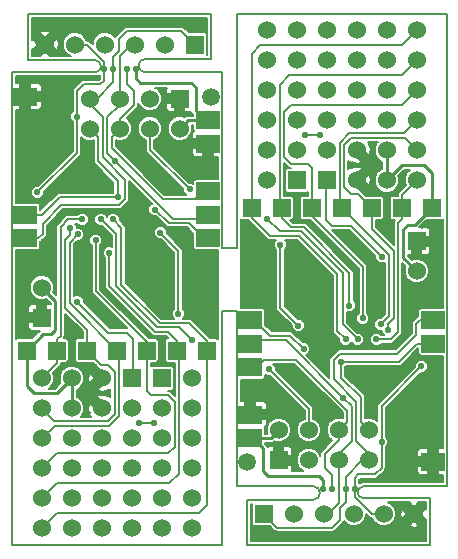
<source format=gbl>
G04 (created by PCBNEW (2013-mar-13)-testing) date Di 12 Nov 2013 11:00:42 CET*
%MOIN*%
G04 Gerber Fmt 3.4, Leading zero omitted, Abs format*
%FSLAX34Y34*%
G01*
G70*
G90*
G04 APERTURE LIST*
%ADD10C,0.005906*%
%ADD11R,0.059055X0.059055*%
%ADD12R,0.060000X0.060000*%
%ADD13C,0.060000*%
%ADD14R,0.078740X0.059055*%
%ADD15C,0.059055*%
%ADD16C,0.022047*%
%ADD17C,0.006693*%
%ADD18C,0.010000*%
G04 APERTURE END LIST*
G54D10*
X55600Y-54375D02*
X55600Y-62175D01*
X56100Y-54375D02*
X55600Y-54375D01*
X56100Y-60225D02*
X56100Y-54375D01*
X56100Y-52275D02*
X56100Y-44475D01*
X55600Y-52275D02*
X56100Y-52275D01*
X55600Y-46425D02*
X55600Y-52275D01*
X63100Y-44475D02*
X63100Y-60225D01*
X56100Y-44475D02*
X63100Y-44475D01*
X58875Y-60450D02*
G75*
G03X58650Y-60225I-225J0D01*
G74*
G01*
X58650Y-60675D02*
G75*
G03X58875Y-60450I0J225D01*
G74*
G01*
X60325Y-60225D02*
G75*
G03X60125Y-60425I0J-200D01*
G74*
G01*
X60125Y-60425D02*
G75*
G03X60325Y-60625I200J0D01*
G74*
G01*
X60325Y-60225D02*
X63100Y-60225D01*
X58650Y-60225D02*
X56100Y-60225D01*
X60325Y-60625D02*
X62550Y-60625D01*
X58650Y-60675D02*
X56450Y-60675D01*
X56450Y-60675D02*
X56450Y-62175D01*
X56450Y-62175D02*
X62550Y-62175D01*
X62550Y-62175D02*
X62550Y-60625D01*
X49150Y-44475D02*
X49150Y-46025D01*
X55250Y-44475D02*
X49150Y-44475D01*
X55250Y-45975D02*
X55250Y-44475D01*
X53050Y-45975D02*
X55250Y-45975D01*
X51375Y-46025D02*
X49150Y-46025D01*
X53050Y-46425D02*
X55600Y-46425D01*
X51375Y-46425D02*
X48600Y-46425D01*
X51575Y-46225D02*
G75*
G03X51375Y-46025I-200J0D01*
G74*
G01*
X51375Y-46425D02*
G75*
G03X51575Y-46225I0J200D01*
G74*
G01*
X53050Y-45975D02*
G75*
G03X52825Y-46200I0J-225D01*
G74*
G01*
X52825Y-46200D02*
G75*
G03X53050Y-46425I225J0D01*
G74*
G01*
X55600Y-62175D02*
X48600Y-62175D01*
X48600Y-62175D02*
X48600Y-46425D01*
G54D11*
X62600Y-50950D03*
X61600Y-50950D03*
X60600Y-50950D03*
X59600Y-50950D03*
X58600Y-50950D03*
X57600Y-50950D03*
X56600Y-50950D03*
G54D12*
X57500Y-59350D03*
G54D13*
X57500Y-58350D03*
X58500Y-59350D03*
X58500Y-58350D03*
X59500Y-59350D03*
X59500Y-58350D03*
X60500Y-59350D03*
X60500Y-58350D03*
X62100Y-50025D03*
X62100Y-49025D03*
X62100Y-48025D03*
X62100Y-47025D03*
X62100Y-46025D03*
X62100Y-45025D03*
G54D12*
X62100Y-52050D03*
G54D13*
X62100Y-53050D03*
G54D14*
X62651Y-54687D03*
X62651Y-55475D03*
X62651Y-59412D03*
X56548Y-54687D03*
X56548Y-55475D03*
X56548Y-56262D03*
X56548Y-57837D03*
X56548Y-58624D03*
G54D15*
X56450Y-59412D03*
G54D13*
X58100Y-45025D03*
X59100Y-45025D03*
X58100Y-46025D03*
X59100Y-46025D03*
X58100Y-47025D03*
X59100Y-47025D03*
X58100Y-48025D03*
X59100Y-48025D03*
X58100Y-49025D03*
X59100Y-49025D03*
X61100Y-49025D03*
X60100Y-49025D03*
X61100Y-48025D03*
X60100Y-48025D03*
X61100Y-47025D03*
X60100Y-47025D03*
X61100Y-46025D03*
X60100Y-46025D03*
X61100Y-45025D03*
X60100Y-45025D03*
G54D12*
X57000Y-61150D03*
G54D13*
X58000Y-61150D03*
X59000Y-61150D03*
X60000Y-61150D03*
X61000Y-61150D03*
X62000Y-61150D03*
G54D12*
X58100Y-50025D03*
X59100Y-50025D03*
G54D13*
X60100Y-50025D03*
X61100Y-50025D03*
X57100Y-50025D03*
X57100Y-49025D03*
X57100Y-48025D03*
X57100Y-47025D03*
X57100Y-46025D03*
X57100Y-45025D03*
X54600Y-56625D03*
X54600Y-57625D03*
X54600Y-58625D03*
X54600Y-59625D03*
X54600Y-60625D03*
X54600Y-61625D03*
G54D12*
X53600Y-56625D03*
X52600Y-56625D03*
G54D13*
X51600Y-56625D03*
X50600Y-56625D03*
G54D12*
X54700Y-45500D03*
G54D13*
X53700Y-45500D03*
X52700Y-45500D03*
X51700Y-45500D03*
X50700Y-45500D03*
X49700Y-45500D03*
X50600Y-57625D03*
X51600Y-57625D03*
X50600Y-58625D03*
X51600Y-58625D03*
X50600Y-59625D03*
X51600Y-59625D03*
X50600Y-60625D03*
X51600Y-60625D03*
X50600Y-61625D03*
X51600Y-61625D03*
X53600Y-61625D03*
X52600Y-61625D03*
X53600Y-60625D03*
X52600Y-60625D03*
X53600Y-59625D03*
X52600Y-59625D03*
X53600Y-58625D03*
X52600Y-58625D03*
X53600Y-57625D03*
X52600Y-57625D03*
G54D14*
X49048Y-51962D03*
X49048Y-51174D03*
X49048Y-47237D03*
X55151Y-51962D03*
X55151Y-51174D03*
X55151Y-50387D03*
X55151Y-48812D03*
X55151Y-48025D03*
G54D15*
X55249Y-47237D03*
G54D12*
X49600Y-54600D03*
G54D13*
X49600Y-53600D03*
X49600Y-56625D03*
X49600Y-57625D03*
X49600Y-58625D03*
X49600Y-59625D03*
X49600Y-60625D03*
X49600Y-61625D03*
G54D12*
X54200Y-47300D03*
G54D13*
X54200Y-48300D03*
X53200Y-47300D03*
X53200Y-48300D03*
X52200Y-47300D03*
X52200Y-48300D03*
X51200Y-47300D03*
X51200Y-48300D03*
G54D11*
X49100Y-55700D03*
X50100Y-55700D03*
X51100Y-55700D03*
X52100Y-55700D03*
X53100Y-55700D03*
X54100Y-55700D03*
X55100Y-55700D03*
G54D16*
X57100Y-51300D03*
X60125Y-55325D03*
X51575Y-51325D03*
X54600Y-55350D03*
X60750Y-55325D03*
X50950Y-51325D03*
X61150Y-55025D03*
X50550Y-51625D03*
X60900Y-54825D03*
X50800Y-51825D03*
X60300Y-54625D03*
X51400Y-52025D03*
X59850Y-54200D03*
X51850Y-52450D03*
X59725Y-55325D03*
X51975Y-51325D03*
X58325Y-55650D03*
X53375Y-51000D03*
X59275Y-60325D03*
X52425Y-46325D03*
X59725Y-60325D03*
X51975Y-46325D03*
X59650Y-57275D03*
X52050Y-49375D03*
X59575Y-56075D03*
X52125Y-50575D03*
X58375Y-48525D03*
X58875Y-48525D03*
X52825Y-58125D03*
X53325Y-58125D03*
X58150Y-54875D03*
X57550Y-52175D03*
X54150Y-54475D03*
X53550Y-51775D03*
X57175Y-56325D03*
X54525Y-50325D03*
X60925Y-52575D03*
X50775Y-54075D03*
X62250Y-56225D03*
X60025Y-60325D03*
X60925Y-58750D03*
X50775Y-47900D03*
X51675Y-46325D03*
X49450Y-50425D03*
X62650Y-59925D03*
X57450Y-57750D03*
X54250Y-48900D03*
X49050Y-46725D03*
X58975Y-60325D03*
X52725Y-46325D03*
G54D17*
X59625Y-54825D02*
X60125Y-55325D01*
X58250Y-51725D02*
X57525Y-51725D01*
X59625Y-53100D02*
X58250Y-51725D01*
X59625Y-53100D02*
X59625Y-54825D01*
X57525Y-51725D02*
X57100Y-51300D01*
X54175Y-54925D02*
X54600Y-55350D01*
X52075Y-53550D02*
X52075Y-51825D01*
X52075Y-53550D02*
X53450Y-54925D01*
X53450Y-54925D02*
X54175Y-54925D01*
X52075Y-51825D02*
X51575Y-51325D01*
X61600Y-50525D02*
X62100Y-50025D01*
X61600Y-50950D02*
X61600Y-50525D01*
X60750Y-55325D02*
X61225Y-55325D01*
X61475Y-55075D02*
X61225Y-55325D01*
X61600Y-50950D02*
X61600Y-51325D01*
X61475Y-51450D02*
X61600Y-51325D01*
X61475Y-55075D02*
X61475Y-51450D01*
X50225Y-51575D02*
X50225Y-55200D01*
X50225Y-55200D02*
X50100Y-55325D01*
X50100Y-55700D02*
X50100Y-55325D01*
X50225Y-51575D02*
X50475Y-51325D01*
X50950Y-51325D02*
X50475Y-51325D01*
X50100Y-55700D02*
X50100Y-56125D01*
X50100Y-56125D02*
X49600Y-56625D01*
X61150Y-55025D02*
X61150Y-54800D01*
X60600Y-50950D02*
X60600Y-51650D01*
X61325Y-54625D02*
X61325Y-52375D01*
X61325Y-52375D02*
X60600Y-51650D01*
X61150Y-54800D02*
X61325Y-54625D01*
X62125Y-49025D02*
X61700Y-48600D01*
X61700Y-48600D02*
X59908Y-48600D01*
X59908Y-48600D02*
X59675Y-48833D01*
X62100Y-49025D02*
X62125Y-49025D01*
X59675Y-50250D02*
X59900Y-50475D01*
X59900Y-50475D02*
X60125Y-50475D01*
X60125Y-50475D02*
X60600Y-50950D01*
X59675Y-48833D02*
X59675Y-50250D01*
X52025Y-57816D02*
X52025Y-56400D01*
X51575Y-56175D02*
X51100Y-55700D01*
X51800Y-56175D02*
X51575Y-56175D01*
X52025Y-56400D02*
X51800Y-56175D01*
X49600Y-57625D02*
X49575Y-57625D01*
X51791Y-58050D02*
X52025Y-57816D01*
X50000Y-58050D02*
X51791Y-58050D01*
X49575Y-57625D02*
X50000Y-58050D01*
X50550Y-51850D02*
X50375Y-52025D01*
X50375Y-54275D02*
X51100Y-55000D01*
X50375Y-52025D02*
X50375Y-54275D01*
X51100Y-55700D02*
X51100Y-55000D01*
X50550Y-51625D02*
X50550Y-51850D01*
X60900Y-54825D02*
X60900Y-54825D01*
X59525Y-48775D02*
X59850Y-48450D01*
X61675Y-48450D02*
X62100Y-48025D01*
X59850Y-48450D02*
X61675Y-48450D01*
X59525Y-50875D02*
X59525Y-48775D01*
X61175Y-54550D02*
X61175Y-52525D01*
X61175Y-52525D02*
X59525Y-50875D01*
X60900Y-54825D02*
X61175Y-54550D01*
X50800Y-51825D02*
X50525Y-52100D01*
X50525Y-54125D02*
X52175Y-55775D01*
X50525Y-52100D02*
X50525Y-54125D01*
X52175Y-55775D02*
X52175Y-57875D01*
X51850Y-58200D02*
X50025Y-58200D01*
X50025Y-58200D02*
X49600Y-58625D01*
X52175Y-57875D02*
X51850Y-58200D01*
X50800Y-51825D02*
X50800Y-51825D01*
X58600Y-51225D02*
X60300Y-52925D01*
X58600Y-50950D02*
X58600Y-51225D01*
X60300Y-52950D02*
X60300Y-52925D01*
X60300Y-52925D02*
X60300Y-52950D01*
X60300Y-52925D02*
X60300Y-54625D01*
X58600Y-50950D02*
X58600Y-49600D01*
X62100Y-47025D02*
X61600Y-47525D01*
X58475Y-49475D02*
X57900Y-49475D01*
X57900Y-49475D02*
X57675Y-49250D01*
X57675Y-49250D02*
X57675Y-47750D01*
X57675Y-47750D02*
X57900Y-47525D01*
X57900Y-47525D02*
X61600Y-47525D01*
X58600Y-49600D02*
X58475Y-49475D01*
X53100Y-57050D02*
X53225Y-57175D01*
X53800Y-59125D02*
X50100Y-59125D01*
X54025Y-58900D02*
X53800Y-59125D01*
X54025Y-57400D02*
X54025Y-58900D01*
X53800Y-57175D02*
X54025Y-57400D01*
X53225Y-57175D02*
X53800Y-57175D01*
X49600Y-59625D02*
X50100Y-59125D01*
X53100Y-55700D02*
X53100Y-57050D01*
X51400Y-53725D02*
X51400Y-52025D01*
X51400Y-53725D02*
X51400Y-53700D01*
X51400Y-53700D02*
X51400Y-53725D01*
X53100Y-55700D02*
X53100Y-55425D01*
X53100Y-55425D02*
X51400Y-53725D01*
X57900Y-51575D02*
X57600Y-51275D01*
X58325Y-51575D02*
X57900Y-51575D01*
X59850Y-53100D02*
X58325Y-51575D01*
X59850Y-54200D02*
X59850Y-53100D01*
X57600Y-51275D02*
X57600Y-50950D01*
X61600Y-46525D02*
X57850Y-46525D01*
X62100Y-46025D02*
X61600Y-46525D01*
X57525Y-46850D02*
X57525Y-50875D01*
X57525Y-50875D02*
X57600Y-50950D01*
X57850Y-46525D02*
X57525Y-46850D01*
X53850Y-60125D02*
X54175Y-59800D01*
X54175Y-55775D02*
X54100Y-55700D01*
X54175Y-59800D02*
X54175Y-55775D01*
X49600Y-60625D02*
X50100Y-60125D01*
X50100Y-60125D02*
X53850Y-60125D01*
X54100Y-55375D02*
X54100Y-55700D01*
X51850Y-52450D02*
X51850Y-53550D01*
X51850Y-53550D02*
X53375Y-55075D01*
X53375Y-55075D02*
X53800Y-55075D01*
X53800Y-55075D02*
X54100Y-55375D01*
X59450Y-55050D02*
X59725Y-55325D01*
X58175Y-51875D02*
X57200Y-51875D01*
X59450Y-53150D02*
X58175Y-51875D01*
X59450Y-53150D02*
X59450Y-55050D01*
X57200Y-51875D02*
X56600Y-51275D01*
X56600Y-50950D02*
X56600Y-45800D01*
X56600Y-51275D02*
X56600Y-50950D01*
X61600Y-45525D02*
X56875Y-45525D01*
X56875Y-45525D02*
X56600Y-45800D01*
X62100Y-45025D02*
X61600Y-45525D01*
X49600Y-61625D02*
X50100Y-61125D01*
X54825Y-61125D02*
X55100Y-60850D01*
X50100Y-61125D02*
X54825Y-61125D01*
X55100Y-55375D02*
X55100Y-55700D01*
X55100Y-55700D02*
X55100Y-60850D01*
X54500Y-54775D02*
X55100Y-55375D01*
X52250Y-53500D02*
X52250Y-51600D01*
X52250Y-53500D02*
X53525Y-54775D01*
X53525Y-54775D02*
X54500Y-54775D01*
X52250Y-51600D02*
X51975Y-51325D01*
X58325Y-55650D02*
X57875Y-55200D01*
X57875Y-55200D02*
X57200Y-55200D01*
X57200Y-55200D02*
X56687Y-54687D01*
X56687Y-54687D02*
X56548Y-54687D01*
X55012Y-51962D02*
X55151Y-51962D01*
X54500Y-51450D02*
X55012Y-51962D01*
X53825Y-51450D02*
X54500Y-51450D01*
X53375Y-51000D02*
X53825Y-51450D01*
X59775Y-57700D02*
X59775Y-58075D01*
X59775Y-58075D02*
X59500Y-58350D01*
X56450Y-56262D02*
X56737Y-56262D01*
X57000Y-56000D02*
X58075Y-56000D01*
X56737Y-56262D02*
X57000Y-56000D01*
X58075Y-56000D02*
X59775Y-57700D01*
X59500Y-58350D02*
X59500Y-58675D01*
X59275Y-59850D02*
X59275Y-60325D01*
X59025Y-59600D02*
X59275Y-59850D01*
X59025Y-59150D02*
X59025Y-59600D01*
X59500Y-58675D02*
X59025Y-59150D01*
X52200Y-47975D02*
X52675Y-47500D01*
X52675Y-47500D02*
X52675Y-47050D01*
X52675Y-47050D02*
X52425Y-46800D01*
X52425Y-46800D02*
X52425Y-46325D01*
X52200Y-48300D02*
X52200Y-47975D01*
X53625Y-50650D02*
X51925Y-48950D01*
X54962Y-50387D02*
X54700Y-50650D01*
X54700Y-50650D02*
X53625Y-50650D01*
X55249Y-50387D02*
X54962Y-50387D01*
X51925Y-48575D02*
X52200Y-48300D01*
X51925Y-48950D02*
X51925Y-48575D01*
X62075Y-54825D02*
X62212Y-54687D01*
X62075Y-55175D02*
X62075Y-54825D01*
X61450Y-55800D02*
X62075Y-55175D01*
X59525Y-55800D02*
X59325Y-56000D01*
X59325Y-56000D02*
X59325Y-56650D01*
X59525Y-55800D02*
X61450Y-55800D01*
X62212Y-54687D02*
X62651Y-54687D01*
X60500Y-59154D02*
X60075Y-58729D01*
X60500Y-59350D02*
X60500Y-59154D01*
X60075Y-57400D02*
X59325Y-56650D01*
X60075Y-58729D02*
X60075Y-57400D01*
X60275Y-59350D02*
X60500Y-59350D01*
X57000Y-61150D02*
X57450Y-61600D01*
X59275Y-61600D02*
X57450Y-61600D01*
X59525Y-61350D02*
X59275Y-61600D01*
X59525Y-60950D02*
X59525Y-61350D01*
X59725Y-60750D02*
X59525Y-60950D01*
X59725Y-59900D02*
X59725Y-60325D01*
X60275Y-59350D02*
X59725Y-59900D01*
X59725Y-60325D02*
X59725Y-60750D01*
X51975Y-46325D02*
X51975Y-45900D01*
X51425Y-47300D02*
X51975Y-46750D01*
X51975Y-46750D02*
X51975Y-46325D01*
X51975Y-45900D02*
X52175Y-45700D01*
X52175Y-45700D02*
X52175Y-45300D01*
X52175Y-45300D02*
X52425Y-45050D01*
X52425Y-45050D02*
X54250Y-45050D01*
X54700Y-45500D02*
X54250Y-45050D01*
X51425Y-47300D02*
X51200Y-47300D01*
X51625Y-47920D02*
X51625Y-49250D01*
X51625Y-49250D02*
X52375Y-50000D01*
X51200Y-47300D02*
X51200Y-47495D01*
X51200Y-47495D02*
X51625Y-47920D01*
X49487Y-51962D02*
X49048Y-51962D01*
X52175Y-50850D02*
X50250Y-50850D01*
X52375Y-50650D02*
X52375Y-50000D01*
X52175Y-50850D02*
X52375Y-50650D01*
X50250Y-50850D02*
X49625Y-51475D01*
X49625Y-51475D02*
X49625Y-51825D01*
X49625Y-51825D02*
X49487Y-51962D01*
X57725Y-55350D02*
X56550Y-55350D01*
X59650Y-57275D02*
X57725Y-55350D01*
X59500Y-59150D02*
X59925Y-58725D01*
X59925Y-58725D02*
X59925Y-57550D01*
X59925Y-57550D02*
X59650Y-57275D01*
X59500Y-59350D02*
X59500Y-59150D01*
X56675Y-55475D02*
X56550Y-55350D01*
X56548Y-55475D02*
X56675Y-55475D01*
X59500Y-59350D02*
X59500Y-60775D01*
X59125Y-61150D02*
X59500Y-60775D01*
X59000Y-61150D02*
X59125Y-61150D01*
X52700Y-45500D02*
X52575Y-45500D01*
X52575Y-45500D02*
X52200Y-45875D01*
X52200Y-47300D02*
X52200Y-45875D01*
X55151Y-51174D02*
X55024Y-51174D01*
X55024Y-51174D02*
X55150Y-51300D01*
X52200Y-47300D02*
X52200Y-47500D01*
X51775Y-49100D02*
X52050Y-49375D01*
X51775Y-47925D02*
X51775Y-49100D01*
X52200Y-47500D02*
X51775Y-47925D01*
X52050Y-49375D02*
X53975Y-51300D01*
X53975Y-51300D02*
X55150Y-51300D01*
X62651Y-55475D02*
X62099Y-55475D01*
X61500Y-56075D02*
X62099Y-55475D01*
X59575Y-56075D02*
X61500Y-56075D01*
X59575Y-56600D02*
X59575Y-56075D01*
X60229Y-57254D02*
X59575Y-56600D01*
X60229Y-58079D02*
X60500Y-58350D01*
X60229Y-57254D02*
X60229Y-58079D01*
X51470Y-49395D02*
X51470Y-48570D01*
X51470Y-48570D02*
X51200Y-48300D01*
X51470Y-49395D02*
X52125Y-50050D01*
X52125Y-50050D02*
X52125Y-50575D01*
X52125Y-50575D02*
X50200Y-50575D01*
X50200Y-50575D02*
X49600Y-51174D01*
X49048Y-51174D02*
X49600Y-51174D01*
X58875Y-48525D02*
X58375Y-48525D01*
X52825Y-58125D02*
X53325Y-58125D01*
X58150Y-54875D02*
X57550Y-54275D01*
X57550Y-54275D02*
X57550Y-52175D01*
X54150Y-52375D02*
X54150Y-54475D01*
X53550Y-51775D02*
X54150Y-52375D01*
X57175Y-56325D02*
X58500Y-57650D01*
X58500Y-57650D02*
X58500Y-58350D01*
X53200Y-49000D02*
X53200Y-48300D01*
X54525Y-50325D02*
X53200Y-49000D01*
X60925Y-52575D02*
X59900Y-51550D01*
X59900Y-51550D02*
X59275Y-51550D01*
X59275Y-51550D02*
X59075Y-51350D01*
X59075Y-51350D02*
X59075Y-50050D01*
X59075Y-50050D02*
X59100Y-50025D01*
X52625Y-56600D02*
X52600Y-56625D01*
X52625Y-55300D02*
X52625Y-56600D01*
X52425Y-55100D02*
X52625Y-55300D01*
X51800Y-55100D02*
X52425Y-55100D01*
X50775Y-54075D02*
X51800Y-55100D01*
X60925Y-57550D02*
X62250Y-56225D01*
X60925Y-59600D02*
X60693Y-59831D01*
X60925Y-58750D02*
X60925Y-59600D01*
X60925Y-57550D02*
X60925Y-58750D01*
X60025Y-60575D02*
X60600Y-61150D01*
X60025Y-60325D02*
X60025Y-60575D01*
X60025Y-59950D02*
X60025Y-60325D01*
X60693Y-59831D02*
X60143Y-59831D01*
X60143Y-59831D02*
X60025Y-59950D01*
X60600Y-61150D02*
X61000Y-61150D01*
X51100Y-45500D02*
X50700Y-45500D01*
X51556Y-46818D02*
X51675Y-46700D01*
X51006Y-46818D02*
X51556Y-46818D01*
X51675Y-46700D02*
X51675Y-46325D01*
X51675Y-46325D02*
X51675Y-46075D01*
X51675Y-46075D02*
X51100Y-45500D01*
X50775Y-49100D02*
X50775Y-47900D01*
X50775Y-47900D02*
X50775Y-47050D01*
X50775Y-47050D02*
X51006Y-46818D01*
X50775Y-49100D02*
X49450Y-50425D01*
X62651Y-59923D02*
X62650Y-59925D01*
X62651Y-59412D02*
X62651Y-59923D01*
X57362Y-57837D02*
X57450Y-57750D01*
X56548Y-57837D02*
X57362Y-57837D01*
X55151Y-48812D02*
X54337Y-48812D01*
X54337Y-48812D02*
X54250Y-48900D01*
X49048Y-47237D02*
X49048Y-46726D01*
X49048Y-46726D02*
X49050Y-46725D01*
G54D18*
X62600Y-50950D02*
X62600Y-49775D01*
X62600Y-49775D02*
X62350Y-49525D01*
X57225Y-58624D02*
X57500Y-58350D01*
X56548Y-58624D02*
X57225Y-58624D01*
X62050Y-51500D02*
X62600Y-50950D01*
X61800Y-51500D02*
X62050Y-51500D01*
X61650Y-51650D02*
X61800Y-51500D01*
X61650Y-52600D02*
X61650Y-51650D01*
X62100Y-53050D02*
X61650Y-52600D01*
X56975Y-59725D02*
X57125Y-59875D01*
X56975Y-58950D02*
X56975Y-59725D01*
X56649Y-58624D02*
X56975Y-58950D01*
X56548Y-58624D02*
X56649Y-58624D01*
X58825Y-59875D02*
X58975Y-60025D01*
X58975Y-60025D02*
X58975Y-60325D01*
X57125Y-59875D02*
X58825Y-59875D01*
X61100Y-50025D02*
X61100Y-49025D01*
X61600Y-49525D02*
X62350Y-49525D01*
X61100Y-50025D02*
X61600Y-49525D01*
X50600Y-56625D02*
X50100Y-57125D01*
X50100Y-57125D02*
X49350Y-57125D01*
X50600Y-56625D02*
X50600Y-57625D01*
X54575Y-46775D02*
X52875Y-46775D01*
X52725Y-46625D02*
X52725Y-46325D01*
X52875Y-46775D02*
X52725Y-46625D01*
X55151Y-48025D02*
X55050Y-48025D01*
X55050Y-48025D02*
X54725Y-47700D01*
X54725Y-47700D02*
X54725Y-46925D01*
X54725Y-46925D02*
X54575Y-46775D01*
X49600Y-53600D02*
X50050Y-54050D01*
X50050Y-54050D02*
X50050Y-55000D01*
X50050Y-55000D02*
X49900Y-55150D01*
X49900Y-55150D02*
X49650Y-55150D01*
X49650Y-55150D02*
X49100Y-55700D01*
X55151Y-48025D02*
X54474Y-48025D01*
X54474Y-48025D02*
X54200Y-48300D01*
X49100Y-56875D02*
X49350Y-57125D01*
X49100Y-55700D02*
X49100Y-56875D01*
G54D10*
G36*
X51883Y-57258D02*
X51809Y-57184D01*
X51773Y-57220D01*
X51765Y-57228D01*
X51734Y-57184D01*
X51555Y-57166D01*
X51465Y-57184D01*
X51426Y-57239D01*
X51600Y-57412D01*
X51615Y-57397D01*
X51773Y-57555D01*
X51827Y-57609D01*
X51812Y-57625D01*
X51827Y-57640D01*
X51773Y-57694D01*
X51615Y-57852D01*
X51600Y-57837D01*
X51584Y-57852D01*
X51387Y-57655D01*
X51372Y-57640D01*
X51387Y-57625D01*
X51387Y-56625D01*
X51214Y-56451D01*
X51159Y-56490D01*
X51141Y-56669D01*
X51159Y-56759D01*
X51214Y-56798D01*
X51387Y-56625D01*
X51387Y-57625D01*
X51214Y-57451D01*
X51159Y-57490D01*
X51141Y-57669D01*
X51159Y-57759D01*
X51203Y-57790D01*
X51159Y-57834D01*
X51233Y-57908D01*
X50894Y-57908D01*
X50945Y-57856D01*
X51008Y-57706D01*
X51008Y-57544D01*
X50946Y-57394D01*
X50831Y-57279D01*
X50758Y-57248D01*
X50758Y-57001D01*
X50830Y-56971D01*
X50945Y-56856D01*
X51008Y-56706D01*
X51008Y-56544D01*
X50946Y-56394D01*
X50831Y-56279D01*
X50681Y-56216D01*
X50519Y-56216D01*
X50369Y-56278D01*
X50254Y-56393D01*
X50191Y-56543D01*
X50191Y-56705D01*
X50221Y-56779D01*
X50034Y-56966D01*
X49835Y-56966D01*
X49945Y-56856D01*
X50008Y-56706D01*
X50008Y-56544D01*
X49971Y-56454D01*
X50200Y-56225D01*
X50200Y-56225D01*
X50230Y-56179D01*
X50241Y-56125D01*
X50241Y-56125D01*
X50241Y-56103D01*
X50416Y-56103D01*
X50456Y-56087D01*
X50487Y-56056D01*
X50503Y-56016D01*
X50503Y-55973D01*
X50503Y-55383D01*
X50487Y-55343D01*
X50456Y-55312D01*
X50416Y-55296D01*
X50373Y-55296D01*
X50327Y-55296D01*
X50355Y-55254D01*
X50366Y-55200D01*
X50366Y-54467D01*
X50958Y-55058D01*
X50958Y-55296D01*
X50783Y-55296D01*
X50743Y-55312D01*
X50712Y-55343D01*
X50696Y-55383D01*
X50696Y-55426D01*
X50696Y-56016D01*
X50712Y-56056D01*
X50743Y-56087D01*
X50783Y-56103D01*
X50826Y-56103D01*
X51303Y-56103D01*
X51431Y-56232D01*
X51426Y-56239D01*
X51600Y-56412D01*
X51615Y-56397D01*
X51827Y-56609D01*
X51812Y-56625D01*
X51827Y-56640D01*
X51615Y-56852D01*
X51600Y-56837D01*
X51426Y-57010D01*
X51465Y-57065D01*
X51644Y-57083D01*
X51734Y-57065D01*
X51765Y-57021D01*
X51773Y-57029D01*
X51809Y-57065D01*
X51883Y-56991D01*
X51883Y-57258D01*
X51883Y-57258D01*
G37*
G54D17*
X51883Y-57258D02*
X51809Y-57184D01*
X51773Y-57220D01*
X51765Y-57228D01*
X51734Y-57184D01*
X51555Y-57166D01*
X51465Y-57184D01*
X51426Y-57239D01*
X51600Y-57412D01*
X51615Y-57397D01*
X51773Y-57555D01*
X51827Y-57609D01*
X51812Y-57625D01*
X51827Y-57640D01*
X51773Y-57694D01*
X51615Y-57852D01*
X51600Y-57837D01*
X51584Y-57852D01*
X51387Y-57655D01*
X51372Y-57640D01*
X51387Y-57625D01*
X51387Y-56625D01*
X51214Y-56451D01*
X51159Y-56490D01*
X51141Y-56669D01*
X51159Y-56759D01*
X51214Y-56798D01*
X51387Y-56625D01*
X51387Y-57625D01*
X51214Y-57451D01*
X51159Y-57490D01*
X51141Y-57669D01*
X51159Y-57759D01*
X51203Y-57790D01*
X51159Y-57834D01*
X51233Y-57908D01*
X50894Y-57908D01*
X50945Y-57856D01*
X51008Y-57706D01*
X51008Y-57544D01*
X50946Y-57394D01*
X50831Y-57279D01*
X50758Y-57248D01*
X50758Y-57001D01*
X50830Y-56971D01*
X50945Y-56856D01*
X51008Y-56706D01*
X51008Y-56544D01*
X50946Y-56394D01*
X50831Y-56279D01*
X50681Y-56216D01*
X50519Y-56216D01*
X50369Y-56278D01*
X50254Y-56393D01*
X50191Y-56543D01*
X50191Y-56705D01*
X50221Y-56779D01*
X50034Y-56966D01*
X49835Y-56966D01*
X49945Y-56856D01*
X50008Y-56706D01*
X50008Y-56544D01*
X49971Y-56454D01*
X50200Y-56225D01*
X50200Y-56225D01*
X50230Y-56179D01*
X50241Y-56125D01*
X50241Y-56125D01*
X50241Y-56103D01*
X50416Y-56103D01*
X50456Y-56087D01*
X50487Y-56056D01*
X50503Y-56016D01*
X50503Y-55973D01*
X50503Y-55383D01*
X50487Y-55343D01*
X50456Y-55312D01*
X50416Y-55296D01*
X50373Y-55296D01*
X50327Y-55296D01*
X50355Y-55254D01*
X50366Y-55200D01*
X50366Y-54467D01*
X50958Y-55058D01*
X50958Y-55296D01*
X50783Y-55296D01*
X50743Y-55312D01*
X50712Y-55343D01*
X50696Y-55383D01*
X50696Y-55426D01*
X50696Y-56016D01*
X50712Y-56056D01*
X50743Y-56087D01*
X50783Y-56103D01*
X50826Y-56103D01*
X51303Y-56103D01*
X51431Y-56232D01*
X51426Y-56239D01*
X51600Y-56412D01*
X51615Y-56397D01*
X51827Y-56609D01*
X51812Y-56625D01*
X51827Y-56640D01*
X51615Y-56852D01*
X51600Y-56837D01*
X51426Y-57010D01*
X51465Y-57065D01*
X51644Y-57083D01*
X51734Y-57065D01*
X51765Y-57021D01*
X51773Y-57029D01*
X51809Y-57065D01*
X51883Y-56991D01*
X51883Y-57258D01*
G54D10*
G36*
X51983Y-50407D02*
X51957Y-50433D01*
X50200Y-50433D01*
X50154Y-50442D01*
X50145Y-50444D01*
X50099Y-50474D01*
X49550Y-51023D01*
X49550Y-50857D01*
X49534Y-50818D01*
X49503Y-50787D01*
X49464Y-50771D01*
X49420Y-50771D01*
X48737Y-50771D01*
X48737Y-47684D01*
X48847Y-47684D01*
X48885Y-47646D01*
X48885Y-47385D01*
X48877Y-47385D01*
X48877Y-47090D01*
X48885Y-47090D01*
X48885Y-46828D01*
X48847Y-46791D01*
X48737Y-46791D01*
X48737Y-46562D01*
X51375Y-46562D01*
X51388Y-46560D01*
X51401Y-46560D01*
X51478Y-46544D01*
X51478Y-46544D01*
X51478Y-46544D01*
X51492Y-46538D01*
X51528Y-46524D01*
X51528Y-46524D01*
X51528Y-46524D01*
X51533Y-46520D01*
X51533Y-46641D01*
X51498Y-46676D01*
X51006Y-46676D01*
X50952Y-46687D01*
X50906Y-46717D01*
X50674Y-46949D01*
X50644Y-46995D01*
X50633Y-47050D01*
X50633Y-47732D01*
X50589Y-47776D01*
X50556Y-47856D01*
X50556Y-47943D01*
X50589Y-48023D01*
X50633Y-48067D01*
X50633Y-49041D01*
X49593Y-50080D01*
X49593Y-47563D01*
X49593Y-47502D01*
X49593Y-47423D01*
X49593Y-47052D01*
X49593Y-46972D01*
X49593Y-46912D01*
X49570Y-46856D01*
X49528Y-46814D01*
X49472Y-46791D01*
X49250Y-46791D01*
X49212Y-46828D01*
X49212Y-47090D01*
X49556Y-47090D01*
X49593Y-47052D01*
X49593Y-47423D01*
X49556Y-47385D01*
X49212Y-47385D01*
X49212Y-47646D01*
X49250Y-47684D01*
X49472Y-47684D01*
X49528Y-47661D01*
X49570Y-47618D01*
X49593Y-47563D01*
X49593Y-50080D01*
X49468Y-50206D01*
X49406Y-50206D01*
X49326Y-50239D01*
X49264Y-50301D01*
X49231Y-50381D01*
X49231Y-50468D01*
X49264Y-50548D01*
X49326Y-50610D01*
X49406Y-50643D01*
X49493Y-50643D01*
X49573Y-50610D01*
X49635Y-50548D01*
X49668Y-50468D01*
X49668Y-50406D01*
X50875Y-49200D01*
X50875Y-49200D01*
X50905Y-49154D01*
X50916Y-49100D01*
X50916Y-48594D01*
X50968Y-48645D01*
X51118Y-48708D01*
X51280Y-48708D01*
X51328Y-48688D01*
X51328Y-49395D01*
X51339Y-49449D01*
X51370Y-49495D01*
X51983Y-50108D01*
X51983Y-50407D01*
X51983Y-50407D01*
G37*
G54D17*
X51983Y-50407D02*
X51957Y-50433D01*
X50200Y-50433D01*
X50154Y-50442D01*
X50145Y-50444D01*
X50099Y-50474D01*
X49550Y-51023D01*
X49550Y-50857D01*
X49534Y-50818D01*
X49503Y-50787D01*
X49464Y-50771D01*
X49420Y-50771D01*
X48737Y-50771D01*
X48737Y-47684D01*
X48847Y-47684D01*
X48885Y-47646D01*
X48885Y-47385D01*
X48877Y-47385D01*
X48877Y-47090D01*
X48885Y-47090D01*
X48885Y-46828D01*
X48847Y-46791D01*
X48737Y-46791D01*
X48737Y-46562D01*
X51375Y-46562D01*
X51388Y-46560D01*
X51401Y-46560D01*
X51478Y-46544D01*
X51478Y-46544D01*
X51478Y-46544D01*
X51492Y-46538D01*
X51528Y-46524D01*
X51528Y-46524D01*
X51528Y-46524D01*
X51533Y-46520D01*
X51533Y-46641D01*
X51498Y-46676D01*
X51006Y-46676D01*
X50952Y-46687D01*
X50906Y-46717D01*
X50674Y-46949D01*
X50644Y-46995D01*
X50633Y-47050D01*
X50633Y-47732D01*
X50589Y-47776D01*
X50556Y-47856D01*
X50556Y-47943D01*
X50589Y-48023D01*
X50633Y-48067D01*
X50633Y-49041D01*
X49593Y-50080D01*
X49593Y-47563D01*
X49593Y-47502D01*
X49593Y-47423D01*
X49593Y-47052D01*
X49593Y-46972D01*
X49593Y-46912D01*
X49570Y-46856D01*
X49528Y-46814D01*
X49472Y-46791D01*
X49250Y-46791D01*
X49212Y-46828D01*
X49212Y-47090D01*
X49556Y-47090D01*
X49593Y-47052D01*
X49593Y-47423D01*
X49556Y-47385D01*
X49212Y-47385D01*
X49212Y-47646D01*
X49250Y-47684D01*
X49472Y-47684D01*
X49528Y-47661D01*
X49570Y-47618D01*
X49593Y-47563D01*
X49593Y-50080D01*
X49468Y-50206D01*
X49406Y-50206D01*
X49326Y-50239D01*
X49264Y-50301D01*
X49231Y-50381D01*
X49231Y-50468D01*
X49264Y-50548D01*
X49326Y-50610D01*
X49406Y-50643D01*
X49493Y-50643D01*
X49573Y-50610D01*
X49635Y-50548D01*
X49668Y-50468D01*
X49668Y-50406D01*
X50875Y-49200D01*
X50875Y-49200D01*
X50905Y-49154D01*
X50916Y-49100D01*
X50916Y-48594D01*
X50968Y-48645D01*
X51118Y-48708D01*
X51280Y-48708D01*
X51328Y-48688D01*
X51328Y-49395D01*
X51339Y-49449D01*
X51370Y-49495D01*
X51983Y-50108D01*
X51983Y-50407D01*
G54D10*
G36*
X55112Y-45837D02*
X55101Y-45837D01*
X55108Y-45821D01*
X55108Y-45778D01*
X55108Y-45178D01*
X55091Y-45138D01*
X55061Y-45108D01*
X55021Y-45091D01*
X54978Y-45091D01*
X54492Y-45091D01*
X54350Y-44949D01*
X54304Y-44919D01*
X54250Y-44908D01*
X52425Y-44908D01*
X52370Y-44919D01*
X52324Y-44949D01*
X52074Y-45199D01*
X52044Y-45245D01*
X52040Y-45263D01*
X51931Y-45154D01*
X51781Y-45091D01*
X51619Y-45091D01*
X51469Y-45153D01*
X51354Y-45268D01*
X51291Y-45418D01*
X51291Y-45491D01*
X51200Y-45399D01*
X51154Y-45369D01*
X51100Y-45358D01*
X51083Y-45358D01*
X51046Y-45269D01*
X50931Y-45154D01*
X50781Y-45091D01*
X50619Y-45091D01*
X50469Y-45153D01*
X50354Y-45268D01*
X50291Y-45418D01*
X50291Y-45580D01*
X50353Y-45730D01*
X50468Y-45845D01*
X50567Y-45887D01*
X50158Y-45887D01*
X50158Y-45455D01*
X50140Y-45365D01*
X50085Y-45326D01*
X49912Y-45500D01*
X50085Y-45673D01*
X50140Y-45634D01*
X50158Y-45455D01*
X50158Y-45887D01*
X49871Y-45887D01*
X49873Y-45885D01*
X49873Y-45114D01*
X49834Y-45059D01*
X49655Y-45041D01*
X49565Y-45059D01*
X49526Y-45114D01*
X49700Y-45287D01*
X49873Y-45114D01*
X49873Y-45885D01*
X49700Y-45712D01*
X49526Y-45885D01*
X49528Y-45887D01*
X49287Y-45887D01*
X49287Y-45654D01*
X49314Y-45673D01*
X49487Y-45500D01*
X49314Y-45326D01*
X49287Y-45345D01*
X49287Y-44612D01*
X55112Y-44612D01*
X55112Y-45837D01*
X55112Y-45837D01*
G37*
G54D17*
X55112Y-45837D02*
X55101Y-45837D01*
X55108Y-45821D01*
X55108Y-45778D01*
X55108Y-45178D01*
X55091Y-45138D01*
X55061Y-45108D01*
X55021Y-45091D01*
X54978Y-45091D01*
X54492Y-45091D01*
X54350Y-44949D01*
X54304Y-44919D01*
X54250Y-44908D01*
X52425Y-44908D01*
X52370Y-44919D01*
X52324Y-44949D01*
X52074Y-45199D01*
X52044Y-45245D01*
X52040Y-45263D01*
X51931Y-45154D01*
X51781Y-45091D01*
X51619Y-45091D01*
X51469Y-45153D01*
X51354Y-45268D01*
X51291Y-45418D01*
X51291Y-45491D01*
X51200Y-45399D01*
X51154Y-45369D01*
X51100Y-45358D01*
X51083Y-45358D01*
X51046Y-45269D01*
X50931Y-45154D01*
X50781Y-45091D01*
X50619Y-45091D01*
X50469Y-45153D01*
X50354Y-45268D01*
X50291Y-45418D01*
X50291Y-45580D01*
X50353Y-45730D01*
X50468Y-45845D01*
X50567Y-45887D01*
X50158Y-45887D01*
X50158Y-45455D01*
X50140Y-45365D01*
X50085Y-45326D01*
X49912Y-45500D01*
X50085Y-45673D01*
X50140Y-45634D01*
X50158Y-45455D01*
X50158Y-45887D01*
X49871Y-45887D01*
X49873Y-45885D01*
X49873Y-45114D01*
X49834Y-45059D01*
X49655Y-45041D01*
X49565Y-45059D01*
X49526Y-45114D01*
X49700Y-45287D01*
X49873Y-45114D01*
X49873Y-45885D01*
X49700Y-45712D01*
X49526Y-45885D01*
X49528Y-45887D01*
X49287Y-45887D01*
X49287Y-45654D01*
X49314Y-45673D01*
X49487Y-45500D01*
X49314Y-45326D01*
X49287Y-45345D01*
X49287Y-44612D01*
X55112Y-44612D01*
X55112Y-45837D01*
G54D10*
G36*
X55462Y-49983D02*
X54987Y-49983D01*
X54987Y-49221D01*
X54987Y-48960D01*
X54643Y-48960D01*
X54606Y-48998D01*
X54606Y-49077D01*
X54606Y-49138D01*
X54629Y-49193D01*
X54671Y-49236D01*
X54727Y-49259D01*
X54949Y-49259D01*
X54987Y-49221D01*
X54987Y-49983D01*
X54735Y-49983D01*
X54696Y-50000D01*
X54665Y-50030D01*
X54649Y-50070D01*
X54649Y-50113D01*
X54649Y-50140D01*
X54648Y-50139D01*
X54568Y-50106D01*
X54506Y-50106D01*
X53341Y-48941D01*
X53341Y-48683D01*
X53430Y-48646D01*
X53545Y-48531D01*
X53608Y-48381D01*
X53608Y-48219D01*
X53546Y-48069D01*
X53431Y-47954D01*
X53281Y-47891D01*
X53119Y-47891D01*
X52969Y-47953D01*
X52854Y-48068D01*
X52791Y-48218D01*
X52791Y-48380D01*
X52853Y-48530D01*
X52968Y-48645D01*
X53058Y-48683D01*
X53058Y-49000D01*
X53069Y-49054D01*
X53099Y-49100D01*
X54306Y-50306D01*
X54306Y-50368D01*
X54339Y-50448D01*
X54399Y-50508D01*
X53683Y-50508D01*
X52066Y-48891D01*
X52066Y-48686D01*
X52118Y-48708D01*
X52280Y-48708D01*
X52430Y-48646D01*
X52545Y-48531D01*
X52608Y-48381D01*
X52608Y-48219D01*
X52546Y-48069D01*
X52431Y-47954D01*
X52424Y-47951D01*
X52775Y-47600D01*
X52775Y-47600D01*
X52805Y-47554D01*
X52816Y-47500D01*
X52816Y-47441D01*
X52853Y-47530D01*
X52968Y-47645D01*
X53118Y-47708D01*
X53280Y-47708D01*
X53430Y-47646D01*
X53545Y-47531D01*
X53608Y-47381D01*
X53608Y-47219D01*
X53546Y-47069D01*
X53431Y-46954D01*
X53381Y-46933D01*
X53763Y-46933D01*
X53748Y-46969D01*
X53748Y-47030D01*
X53748Y-47112D01*
X53786Y-47150D01*
X54050Y-47150D01*
X54050Y-47128D01*
X54350Y-47128D01*
X54350Y-47150D01*
X54371Y-47150D01*
X54371Y-47450D01*
X54350Y-47450D01*
X54350Y-47713D01*
X54387Y-47751D01*
X54530Y-47751D01*
X54573Y-47733D01*
X54578Y-47760D01*
X54613Y-47811D01*
X54649Y-47848D01*
X54649Y-47866D01*
X54474Y-47866D01*
X54414Y-47878D01*
X54362Y-47913D01*
X54354Y-47921D01*
X54281Y-47891D01*
X54119Y-47891D01*
X54050Y-47920D01*
X54050Y-47713D01*
X54050Y-47450D01*
X53786Y-47450D01*
X53748Y-47487D01*
X53748Y-47569D01*
X53748Y-47630D01*
X53771Y-47685D01*
X53814Y-47728D01*
X53869Y-47751D01*
X54012Y-47751D01*
X54050Y-47713D01*
X54050Y-47920D01*
X53969Y-47953D01*
X53854Y-48068D01*
X53791Y-48218D01*
X53791Y-48380D01*
X53853Y-48530D01*
X53968Y-48645D01*
X54118Y-48708D01*
X54280Y-48708D01*
X54430Y-48646D01*
X54545Y-48531D01*
X54608Y-48381D01*
X54608Y-48219D01*
X54593Y-48183D01*
X54649Y-48183D01*
X54649Y-48342D01*
X54665Y-48381D01*
X54672Y-48388D01*
X54671Y-48388D01*
X54629Y-48431D01*
X54606Y-48487D01*
X54606Y-48547D01*
X54606Y-48627D01*
X54643Y-48664D01*
X54987Y-48664D01*
X54987Y-48641D01*
X55314Y-48641D01*
X55314Y-48664D01*
X55322Y-48664D01*
X55322Y-48960D01*
X55314Y-48960D01*
X55314Y-49221D01*
X55352Y-49259D01*
X55462Y-49259D01*
X55462Y-49983D01*
X55462Y-49983D01*
G37*
G54D17*
X55462Y-49983D02*
X54987Y-49983D01*
X54987Y-49221D01*
X54987Y-48960D01*
X54643Y-48960D01*
X54606Y-48998D01*
X54606Y-49077D01*
X54606Y-49138D01*
X54629Y-49193D01*
X54671Y-49236D01*
X54727Y-49259D01*
X54949Y-49259D01*
X54987Y-49221D01*
X54987Y-49983D01*
X54735Y-49983D01*
X54696Y-50000D01*
X54665Y-50030D01*
X54649Y-50070D01*
X54649Y-50113D01*
X54649Y-50140D01*
X54648Y-50139D01*
X54568Y-50106D01*
X54506Y-50106D01*
X53341Y-48941D01*
X53341Y-48683D01*
X53430Y-48646D01*
X53545Y-48531D01*
X53608Y-48381D01*
X53608Y-48219D01*
X53546Y-48069D01*
X53431Y-47954D01*
X53281Y-47891D01*
X53119Y-47891D01*
X52969Y-47953D01*
X52854Y-48068D01*
X52791Y-48218D01*
X52791Y-48380D01*
X52853Y-48530D01*
X52968Y-48645D01*
X53058Y-48683D01*
X53058Y-49000D01*
X53069Y-49054D01*
X53099Y-49100D01*
X54306Y-50306D01*
X54306Y-50368D01*
X54339Y-50448D01*
X54399Y-50508D01*
X53683Y-50508D01*
X52066Y-48891D01*
X52066Y-48686D01*
X52118Y-48708D01*
X52280Y-48708D01*
X52430Y-48646D01*
X52545Y-48531D01*
X52608Y-48381D01*
X52608Y-48219D01*
X52546Y-48069D01*
X52431Y-47954D01*
X52424Y-47951D01*
X52775Y-47600D01*
X52775Y-47600D01*
X52805Y-47554D01*
X52816Y-47500D01*
X52816Y-47441D01*
X52853Y-47530D01*
X52968Y-47645D01*
X53118Y-47708D01*
X53280Y-47708D01*
X53430Y-47646D01*
X53545Y-47531D01*
X53608Y-47381D01*
X53608Y-47219D01*
X53546Y-47069D01*
X53431Y-46954D01*
X53381Y-46933D01*
X53763Y-46933D01*
X53748Y-46969D01*
X53748Y-47030D01*
X53748Y-47112D01*
X53786Y-47150D01*
X54050Y-47150D01*
X54050Y-47128D01*
X54350Y-47128D01*
X54350Y-47150D01*
X54371Y-47150D01*
X54371Y-47450D01*
X54350Y-47450D01*
X54350Y-47713D01*
X54387Y-47751D01*
X54530Y-47751D01*
X54573Y-47733D01*
X54578Y-47760D01*
X54613Y-47811D01*
X54649Y-47848D01*
X54649Y-47866D01*
X54474Y-47866D01*
X54414Y-47878D01*
X54362Y-47913D01*
X54354Y-47921D01*
X54281Y-47891D01*
X54119Y-47891D01*
X54050Y-47920D01*
X54050Y-47713D01*
X54050Y-47450D01*
X53786Y-47450D01*
X53748Y-47487D01*
X53748Y-47569D01*
X53748Y-47630D01*
X53771Y-47685D01*
X53814Y-47728D01*
X53869Y-47751D01*
X54012Y-47751D01*
X54050Y-47713D01*
X54050Y-47920D01*
X53969Y-47953D01*
X53854Y-48068D01*
X53791Y-48218D01*
X53791Y-48380D01*
X53853Y-48530D01*
X53968Y-48645D01*
X54118Y-48708D01*
X54280Y-48708D01*
X54430Y-48646D01*
X54545Y-48531D01*
X54608Y-48381D01*
X54608Y-48219D01*
X54593Y-48183D01*
X54649Y-48183D01*
X54649Y-48342D01*
X54665Y-48381D01*
X54672Y-48388D01*
X54671Y-48388D01*
X54629Y-48431D01*
X54606Y-48487D01*
X54606Y-48547D01*
X54606Y-48627D01*
X54643Y-48664D01*
X54987Y-48664D01*
X54987Y-48641D01*
X55314Y-48641D01*
X55314Y-48664D01*
X55322Y-48664D01*
X55322Y-48960D01*
X55314Y-48960D01*
X55314Y-49221D01*
X55352Y-49259D01*
X55462Y-49259D01*
X55462Y-49983D01*
G54D10*
G36*
X55462Y-55318D02*
X55456Y-55312D01*
X55416Y-55296D01*
X55373Y-55296D01*
X55214Y-55296D01*
X55200Y-55274D01*
X55200Y-55274D01*
X54600Y-54674D01*
X54554Y-54644D01*
X54500Y-54633D01*
X54300Y-54633D01*
X54335Y-54598D01*
X54368Y-54518D01*
X54368Y-54431D01*
X54335Y-54351D01*
X54291Y-54307D01*
X54291Y-52375D01*
X54282Y-52329D01*
X54280Y-52320D01*
X54280Y-52320D01*
X54250Y-52274D01*
X54250Y-52274D01*
X53768Y-51793D01*
X53768Y-51731D01*
X53735Y-51651D01*
X53673Y-51589D01*
X53593Y-51556D01*
X53506Y-51556D01*
X53426Y-51589D01*
X53364Y-51651D01*
X53331Y-51731D01*
X53331Y-51818D01*
X53364Y-51898D01*
X53426Y-51960D01*
X53506Y-51993D01*
X53568Y-51993D01*
X54008Y-52433D01*
X54008Y-54307D01*
X53964Y-54351D01*
X53931Y-54431D01*
X53931Y-54518D01*
X53964Y-54598D01*
X53999Y-54633D01*
X53583Y-54633D01*
X52391Y-53441D01*
X52391Y-51600D01*
X52380Y-51545D01*
X52350Y-51499D01*
X52350Y-51499D01*
X52193Y-51343D01*
X52193Y-51281D01*
X52160Y-51201D01*
X52098Y-51139D01*
X52018Y-51106D01*
X51931Y-51106D01*
X51851Y-51139D01*
X51789Y-51201D01*
X51775Y-51236D01*
X51760Y-51201D01*
X51698Y-51139D01*
X51618Y-51106D01*
X51531Y-51106D01*
X51451Y-51139D01*
X51389Y-51201D01*
X51356Y-51281D01*
X51356Y-51368D01*
X51389Y-51448D01*
X51451Y-51510D01*
X51531Y-51543D01*
X51593Y-51543D01*
X51933Y-51883D01*
X51933Y-52247D01*
X51893Y-52231D01*
X51806Y-52231D01*
X51726Y-52264D01*
X51664Y-52326D01*
X51631Y-52406D01*
X51631Y-52493D01*
X51664Y-52573D01*
X51708Y-52617D01*
X51708Y-53550D01*
X51719Y-53604D01*
X51749Y-53650D01*
X53274Y-55175D01*
X53274Y-55175D01*
X53320Y-55205D01*
X53375Y-55216D01*
X53741Y-55216D01*
X53821Y-55296D01*
X53783Y-55296D01*
X53743Y-55312D01*
X53712Y-55343D01*
X53696Y-55383D01*
X53696Y-55426D01*
X53696Y-56016D01*
X53712Y-56056D01*
X53743Y-56087D01*
X53783Y-56103D01*
X53826Y-56103D01*
X54033Y-56103D01*
X54033Y-57207D01*
X53900Y-57074D01*
X53854Y-57044D01*
X53800Y-57033D01*
X53921Y-57033D01*
X53961Y-57016D01*
X53991Y-56986D01*
X54008Y-56946D01*
X54008Y-56903D01*
X54008Y-56303D01*
X53991Y-56263D01*
X53961Y-56233D01*
X53921Y-56216D01*
X53878Y-56216D01*
X53278Y-56216D01*
X53241Y-56231D01*
X53241Y-56103D01*
X53416Y-56103D01*
X53456Y-56087D01*
X53487Y-56056D01*
X53503Y-56016D01*
X53503Y-55973D01*
X53503Y-55383D01*
X53487Y-55343D01*
X53456Y-55312D01*
X53416Y-55296D01*
X53373Y-55296D01*
X53171Y-55296D01*
X51541Y-53666D01*
X51541Y-52192D01*
X51585Y-52148D01*
X51618Y-52068D01*
X51618Y-51981D01*
X51585Y-51901D01*
X51523Y-51839D01*
X51443Y-51806D01*
X51356Y-51806D01*
X51276Y-51839D01*
X51214Y-51901D01*
X51181Y-51981D01*
X51181Y-52068D01*
X51214Y-52148D01*
X51258Y-52192D01*
X51258Y-53700D01*
X51258Y-53725D01*
X51269Y-53779D01*
X51299Y-53825D01*
X52434Y-54960D01*
X52425Y-54958D01*
X51858Y-54958D01*
X50993Y-54093D01*
X50993Y-54031D01*
X50960Y-53951D01*
X50898Y-53889D01*
X50818Y-53856D01*
X50731Y-53856D01*
X50666Y-53883D01*
X50666Y-52158D01*
X50781Y-52043D01*
X50843Y-52043D01*
X50923Y-52010D01*
X50985Y-51948D01*
X51018Y-51868D01*
X51018Y-51781D01*
X50985Y-51701D01*
X50923Y-51639D01*
X50843Y-51606D01*
X50768Y-51606D01*
X50768Y-51581D01*
X50735Y-51501D01*
X50700Y-51466D01*
X50782Y-51466D01*
X50826Y-51510D01*
X50906Y-51543D01*
X50993Y-51543D01*
X51073Y-51510D01*
X51135Y-51448D01*
X51168Y-51368D01*
X51168Y-51281D01*
X51135Y-51201D01*
X51073Y-51139D01*
X50993Y-51106D01*
X50906Y-51106D01*
X50826Y-51139D01*
X50782Y-51183D01*
X50475Y-51183D01*
X50420Y-51194D01*
X50374Y-51224D01*
X50124Y-51474D01*
X50094Y-51520D01*
X50083Y-51575D01*
X50083Y-53859D01*
X49978Y-53754D01*
X50008Y-53681D01*
X50008Y-53519D01*
X49946Y-53369D01*
X49831Y-53254D01*
X49681Y-53191D01*
X49519Y-53191D01*
X49369Y-53253D01*
X49254Y-53368D01*
X49191Y-53518D01*
X49191Y-53680D01*
X49253Y-53830D01*
X49368Y-53945D01*
X49518Y-54008D01*
X49680Y-54008D01*
X49754Y-53978D01*
X49891Y-54115D01*
X49891Y-54148D01*
X49869Y-54148D01*
X49787Y-54148D01*
X49750Y-54186D01*
X49750Y-54450D01*
X49771Y-54450D01*
X49771Y-54750D01*
X49750Y-54750D01*
X49750Y-54771D01*
X49450Y-54771D01*
X49450Y-54750D01*
X49450Y-54450D01*
X49450Y-54186D01*
X49412Y-54148D01*
X49330Y-54148D01*
X49269Y-54148D01*
X49214Y-54171D01*
X49171Y-54214D01*
X49148Y-54269D01*
X49148Y-54412D01*
X49186Y-54450D01*
X49450Y-54450D01*
X49450Y-54750D01*
X49186Y-54750D01*
X49148Y-54787D01*
X49148Y-54930D01*
X49171Y-54985D01*
X49214Y-55028D01*
X49269Y-55051D01*
X49330Y-55051D01*
X49412Y-55051D01*
X49436Y-55027D01*
X49436Y-55051D01*
X49450Y-55051D01*
X49524Y-55051D01*
X49450Y-55126D01*
X49279Y-55296D01*
X48783Y-55296D01*
X48743Y-55312D01*
X48737Y-55318D01*
X48737Y-52365D01*
X49464Y-52365D01*
X49503Y-52349D01*
X49534Y-52318D01*
X49550Y-52279D01*
X49550Y-52235D01*
X49550Y-52087D01*
X49588Y-52062D01*
X49725Y-51925D01*
X49725Y-51925D01*
X49755Y-51879D01*
X49755Y-51879D01*
X49757Y-51870D01*
X49766Y-51825D01*
X49766Y-51825D01*
X49766Y-51533D01*
X50308Y-50991D01*
X52175Y-50991D01*
X52175Y-50991D01*
X52229Y-50980D01*
X52275Y-50950D01*
X52475Y-50750D01*
X52475Y-50750D01*
X52505Y-50704D01*
X52505Y-50704D01*
X52507Y-50695D01*
X52516Y-50650D01*
X52516Y-50650D01*
X52516Y-50042D01*
X53278Y-50803D01*
X53251Y-50814D01*
X53189Y-50876D01*
X53156Y-50956D01*
X53156Y-51043D01*
X53189Y-51123D01*
X53251Y-51185D01*
X53331Y-51218D01*
X53393Y-51218D01*
X53724Y-51550D01*
X53724Y-51550D01*
X53770Y-51580D01*
X53825Y-51591D01*
X54441Y-51591D01*
X54649Y-51799D01*
X54649Y-52279D01*
X54665Y-52318D01*
X54696Y-52349D01*
X54735Y-52365D01*
X54779Y-52365D01*
X55462Y-52365D01*
X55462Y-55318D01*
X55462Y-55318D01*
G37*
G54D17*
X55462Y-55318D02*
X55456Y-55312D01*
X55416Y-55296D01*
X55373Y-55296D01*
X55214Y-55296D01*
X55200Y-55274D01*
X55200Y-55274D01*
X54600Y-54674D01*
X54554Y-54644D01*
X54500Y-54633D01*
X54300Y-54633D01*
X54335Y-54598D01*
X54368Y-54518D01*
X54368Y-54431D01*
X54335Y-54351D01*
X54291Y-54307D01*
X54291Y-52375D01*
X54282Y-52329D01*
X54280Y-52320D01*
X54280Y-52320D01*
X54250Y-52274D01*
X54250Y-52274D01*
X53768Y-51793D01*
X53768Y-51731D01*
X53735Y-51651D01*
X53673Y-51589D01*
X53593Y-51556D01*
X53506Y-51556D01*
X53426Y-51589D01*
X53364Y-51651D01*
X53331Y-51731D01*
X53331Y-51818D01*
X53364Y-51898D01*
X53426Y-51960D01*
X53506Y-51993D01*
X53568Y-51993D01*
X54008Y-52433D01*
X54008Y-54307D01*
X53964Y-54351D01*
X53931Y-54431D01*
X53931Y-54518D01*
X53964Y-54598D01*
X53999Y-54633D01*
X53583Y-54633D01*
X52391Y-53441D01*
X52391Y-51600D01*
X52380Y-51545D01*
X52350Y-51499D01*
X52350Y-51499D01*
X52193Y-51343D01*
X52193Y-51281D01*
X52160Y-51201D01*
X52098Y-51139D01*
X52018Y-51106D01*
X51931Y-51106D01*
X51851Y-51139D01*
X51789Y-51201D01*
X51775Y-51236D01*
X51760Y-51201D01*
X51698Y-51139D01*
X51618Y-51106D01*
X51531Y-51106D01*
X51451Y-51139D01*
X51389Y-51201D01*
X51356Y-51281D01*
X51356Y-51368D01*
X51389Y-51448D01*
X51451Y-51510D01*
X51531Y-51543D01*
X51593Y-51543D01*
X51933Y-51883D01*
X51933Y-52247D01*
X51893Y-52231D01*
X51806Y-52231D01*
X51726Y-52264D01*
X51664Y-52326D01*
X51631Y-52406D01*
X51631Y-52493D01*
X51664Y-52573D01*
X51708Y-52617D01*
X51708Y-53550D01*
X51719Y-53604D01*
X51749Y-53650D01*
X53274Y-55175D01*
X53274Y-55175D01*
X53320Y-55205D01*
X53375Y-55216D01*
X53741Y-55216D01*
X53821Y-55296D01*
X53783Y-55296D01*
X53743Y-55312D01*
X53712Y-55343D01*
X53696Y-55383D01*
X53696Y-55426D01*
X53696Y-56016D01*
X53712Y-56056D01*
X53743Y-56087D01*
X53783Y-56103D01*
X53826Y-56103D01*
X54033Y-56103D01*
X54033Y-57207D01*
X53900Y-57074D01*
X53854Y-57044D01*
X53800Y-57033D01*
X53921Y-57033D01*
X53961Y-57016D01*
X53991Y-56986D01*
X54008Y-56946D01*
X54008Y-56903D01*
X54008Y-56303D01*
X53991Y-56263D01*
X53961Y-56233D01*
X53921Y-56216D01*
X53878Y-56216D01*
X53278Y-56216D01*
X53241Y-56231D01*
X53241Y-56103D01*
X53416Y-56103D01*
X53456Y-56087D01*
X53487Y-56056D01*
X53503Y-56016D01*
X53503Y-55973D01*
X53503Y-55383D01*
X53487Y-55343D01*
X53456Y-55312D01*
X53416Y-55296D01*
X53373Y-55296D01*
X53171Y-55296D01*
X51541Y-53666D01*
X51541Y-52192D01*
X51585Y-52148D01*
X51618Y-52068D01*
X51618Y-51981D01*
X51585Y-51901D01*
X51523Y-51839D01*
X51443Y-51806D01*
X51356Y-51806D01*
X51276Y-51839D01*
X51214Y-51901D01*
X51181Y-51981D01*
X51181Y-52068D01*
X51214Y-52148D01*
X51258Y-52192D01*
X51258Y-53700D01*
X51258Y-53725D01*
X51269Y-53779D01*
X51299Y-53825D01*
X52434Y-54960D01*
X52425Y-54958D01*
X51858Y-54958D01*
X50993Y-54093D01*
X50993Y-54031D01*
X50960Y-53951D01*
X50898Y-53889D01*
X50818Y-53856D01*
X50731Y-53856D01*
X50666Y-53883D01*
X50666Y-52158D01*
X50781Y-52043D01*
X50843Y-52043D01*
X50923Y-52010D01*
X50985Y-51948D01*
X51018Y-51868D01*
X51018Y-51781D01*
X50985Y-51701D01*
X50923Y-51639D01*
X50843Y-51606D01*
X50768Y-51606D01*
X50768Y-51581D01*
X50735Y-51501D01*
X50700Y-51466D01*
X50782Y-51466D01*
X50826Y-51510D01*
X50906Y-51543D01*
X50993Y-51543D01*
X51073Y-51510D01*
X51135Y-51448D01*
X51168Y-51368D01*
X51168Y-51281D01*
X51135Y-51201D01*
X51073Y-51139D01*
X50993Y-51106D01*
X50906Y-51106D01*
X50826Y-51139D01*
X50782Y-51183D01*
X50475Y-51183D01*
X50420Y-51194D01*
X50374Y-51224D01*
X50124Y-51474D01*
X50094Y-51520D01*
X50083Y-51575D01*
X50083Y-53859D01*
X49978Y-53754D01*
X50008Y-53681D01*
X50008Y-53519D01*
X49946Y-53369D01*
X49831Y-53254D01*
X49681Y-53191D01*
X49519Y-53191D01*
X49369Y-53253D01*
X49254Y-53368D01*
X49191Y-53518D01*
X49191Y-53680D01*
X49253Y-53830D01*
X49368Y-53945D01*
X49518Y-54008D01*
X49680Y-54008D01*
X49754Y-53978D01*
X49891Y-54115D01*
X49891Y-54148D01*
X49869Y-54148D01*
X49787Y-54148D01*
X49750Y-54186D01*
X49750Y-54450D01*
X49771Y-54450D01*
X49771Y-54750D01*
X49750Y-54750D01*
X49750Y-54771D01*
X49450Y-54771D01*
X49450Y-54750D01*
X49450Y-54450D01*
X49450Y-54186D01*
X49412Y-54148D01*
X49330Y-54148D01*
X49269Y-54148D01*
X49214Y-54171D01*
X49171Y-54214D01*
X49148Y-54269D01*
X49148Y-54412D01*
X49186Y-54450D01*
X49450Y-54450D01*
X49450Y-54750D01*
X49186Y-54750D01*
X49148Y-54787D01*
X49148Y-54930D01*
X49171Y-54985D01*
X49214Y-55028D01*
X49269Y-55051D01*
X49330Y-55051D01*
X49412Y-55051D01*
X49436Y-55027D01*
X49436Y-55051D01*
X49450Y-55051D01*
X49524Y-55051D01*
X49450Y-55126D01*
X49279Y-55296D01*
X48783Y-55296D01*
X48743Y-55312D01*
X48737Y-55318D01*
X48737Y-52365D01*
X49464Y-52365D01*
X49503Y-52349D01*
X49534Y-52318D01*
X49550Y-52279D01*
X49550Y-52235D01*
X49550Y-52087D01*
X49588Y-52062D01*
X49725Y-51925D01*
X49725Y-51925D01*
X49755Y-51879D01*
X49755Y-51879D01*
X49757Y-51870D01*
X49766Y-51825D01*
X49766Y-51825D01*
X49766Y-51533D01*
X50308Y-50991D01*
X52175Y-50991D01*
X52175Y-50991D01*
X52229Y-50980D01*
X52275Y-50950D01*
X52475Y-50750D01*
X52475Y-50750D01*
X52505Y-50704D01*
X52505Y-50704D01*
X52507Y-50695D01*
X52516Y-50650D01*
X52516Y-50650D01*
X52516Y-50042D01*
X53278Y-50803D01*
X53251Y-50814D01*
X53189Y-50876D01*
X53156Y-50956D01*
X53156Y-51043D01*
X53189Y-51123D01*
X53251Y-51185D01*
X53331Y-51218D01*
X53393Y-51218D01*
X53724Y-51550D01*
X53724Y-51550D01*
X53770Y-51580D01*
X53825Y-51591D01*
X54441Y-51591D01*
X54649Y-51799D01*
X54649Y-52279D01*
X54665Y-52318D01*
X54696Y-52349D01*
X54735Y-52365D01*
X54779Y-52365D01*
X55462Y-52365D01*
X55462Y-55318D01*
G54D10*
G36*
X59816Y-49391D02*
X59890Y-49465D01*
X59926Y-49429D01*
X59934Y-49421D01*
X59965Y-49465D01*
X60144Y-49483D01*
X60234Y-49465D01*
X60273Y-49410D01*
X60100Y-49237D01*
X60084Y-49252D01*
X59926Y-49094D01*
X59872Y-49040D01*
X59887Y-49025D01*
X59872Y-49009D01*
X59926Y-48955D01*
X60084Y-48797D01*
X60100Y-48812D01*
X60115Y-48797D01*
X60312Y-48994D01*
X60327Y-49009D01*
X60312Y-49025D01*
X60312Y-50025D01*
X60485Y-50198D01*
X60540Y-50159D01*
X60558Y-49980D01*
X60540Y-49890D01*
X60485Y-49851D01*
X60312Y-50025D01*
X60312Y-49025D01*
X60485Y-49198D01*
X60540Y-49159D01*
X60558Y-48980D01*
X60540Y-48890D01*
X60496Y-48859D01*
X60540Y-48815D01*
X60466Y-48741D01*
X60805Y-48741D01*
X60754Y-48793D01*
X60691Y-48943D01*
X60691Y-49105D01*
X60753Y-49255D01*
X60868Y-49370D01*
X60941Y-49401D01*
X60941Y-49648D01*
X60869Y-49678D01*
X60754Y-49793D01*
X60691Y-49943D01*
X60691Y-50105D01*
X60753Y-50255D01*
X60868Y-50370D01*
X61018Y-50433D01*
X61180Y-50433D01*
X61330Y-50371D01*
X61445Y-50256D01*
X61508Y-50106D01*
X61508Y-49944D01*
X61478Y-49870D01*
X61665Y-49683D01*
X61864Y-49683D01*
X61754Y-49793D01*
X61691Y-49943D01*
X61691Y-50105D01*
X61728Y-50195D01*
X61499Y-50424D01*
X61499Y-50424D01*
X61469Y-50470D01*
X61458Y-50525D01*
X61458Y-50525D01*
X61458Y-50546D01*
X61283Y-50546D01*
X61243Y-50562D01*
X61212Y-50593D01*
X61196Y-50633D01*
X61196Y-50676D01*
X61196Y-51266D01*
X61212Y-51306D01*
X61243Y-51337D01*
X61283Y-51353D01*
X61326Y-51353D01*
X61372Y-51353D01*
X61344Y-51395D01*
X61333Y-51450D01*
X61333Y-52182D01*
X60741Y-51591D01*
X60741Y-51353D01*
X60916Y-51353D01*
X60956Y-51337D01*
X60987Y-51306D01*
X61003Y-51266D01*
X61003Y-51223D01*
X61003Y-50633D01*
X60987Y-50593D01*
X60956Y-50562D01*
X60916Y-50546D01*
X60873Y-50546D01*
X60396Y-50546D01*
X60268Y-50417D01*
X60273Y-50410D01*
X60100Y-50237D01*
X60084Y-50252D01*
X59872Y-50040D01*
X59887Y-50025D01*
X59872Y-50009D01*
X60084Y-49797D01*
X60100Y-49812D01*
X60273Y-49639D01*
X60234Y-49584D01*
X60055Y-49566D01*
X59965Y-49584D01*
X59934Y-49628D01*
X59926Y-49620D01*
X59890Y-49584D01*
X59816Y-49658D01*
X59816Y-49391D01*
X59816Y-49391D01*
G37*
G54D17*
X59816Y-49391D02*
X59890Y-49465D01*
X59926Y-49429D01*
X59934Y-49421D01*
X59965Y-49465D01*
X60144Y-49483D01*
X60234Y-49465D01*
X60273Y-49410D01*
X60100Y-49237D01*
X60084Y-49252D01*
X59926Y-49094D01*
X59872Y-49040D01*
X59887Y-49025D01*
X59872Y-49009D01*
X59926Y-48955D01*
X60084Y-48797D01*
X60100Y-48812D01*
X60115Y-48797D01*
X60312Y-48994D01*
X60327Y-49009D01*
X60312Y-49025D01*
X60312Y-50025D01*
X60485Y-50198D01*
X60540Y-50159D01*
X60558Y-49980D01*
X60540Y-49890D01*
X60485Y-49851D01*
X60312Y-50025D01*
X60312Y-49025D01*
X60485Y-49198D01*
X60540Y-49159D01*
X60558Y-48980D01*
X60540Y-48890D01*
X60496Y-48859D01*
X60540Y-48815D01*
X60466Y-48741D01*
X60805Y-48741D01*
X60754Y-48793D01*
X60691Y-48943D01*
X60691Y-49105D01*
X60753Y-49255D01*
X60868Y-49370D01*
X60941Y-49401D01*
X60941Y-49648D01*
X60869Y-49678D01*
X60754Y-49793D01*
X60691Y-49943D01*
X60691Y-50105D01*
X60753Y-50255D01*
X60868Y-50370D01*
X61018Y-50433D01*
X61180Y-50433D01*
X61330Y-50371D01*
X61445Y-50256D01*
X61508Y-50106D01*
X61508Y-49944D01*
X61478Y-49870D01*
X61665Y-49683D01*
X61864Y-49683D01*
X61754Y-49793D01*
X61691Y-49943D01*
X61691Y-50105D01*
X61728Y-50195D01*
X61499Y-50424D01*
X61499Y-50424D01*
X61469Y-50470D01*
X61458Y-50525D01*
X61458Y-50525D01*
X61458Y-50546D01*
X61283Y-50546D01*
X61243Y-50562D01*
X61212Y-50593D01*
X61196Y-50633D01*
X61196Y-50676D01*
X61196Y-51266D01*
X61212Y-51306D01*
X61243Y-51337D01*
X61283Y-51353D01*
X61326Y-51353D01*
X61372Y-51353D01*
X61344Y-51395D01*
X61333Y-51450D01*
X61333Y-52182D01*
X60741Y-51591D01*
X60741Y-51353D01*
X60916Y-51353D01*
X60956Y-51337D01*
X60987Y-51306D01*
X61003Y-51266D01*
X61003Y-51223D01*
X61003Y-50633D01*
X60987Y-50593D01*
X60956Y-50562D01*
X60916Y-50546D01*
X60873Y-50546D01*
X60396Y-50546D01*
X60268Y-50417D01*
X60273Y-50410D01*
X60100Y-50237D01*
X60084Y-50252D01*
X59872Y-50040D01*
X59887Y-50025D01*
X59872Y-50009D01*
X60084Y-49797D01*
X60100Y-49812D01*
X60273Y-49639D01*
X60234Y-49584D01*
X60055Y-49566D01*
X59965Y-49584D01*
X59934Y-49628D01*
X59926Y-49620D01*
X59890Y-49584D01*
X59816Y-49658D01*
X59816Y-49391D01*
G54D10*
G36*
X59716Y-56242D02*
X59742Y-56216D01*
X61500Y-56216D01*
X61545Y-56207D01*
X61554Y-56205D01*
X61600Y-56175D01*
X62149Y-55626D01*
X62149Y-55792D01*
X62165Y-55831D01*
X62196Y-55862D01*
X62235Y-55878D01*
X62279Y-55878D01*
X62962Y-55878D01*
X62962Y-58965D01*
X62852Y-58965D01*
X62814Y-59003D01*
X62814Y-59264D01*
X62822Y-59264D01*
X62822Y-59559D01*
X62814Y-59559D01*
X62814Y-59821D01*
X62852Y-59858D01*
X62962Y-59858D01*
X62962Y-60087D01*
X60325Y-60087D01*
X60311Y-60089D01*
X60298Y-60089D01*
X60221Y-60105D01*
X60221Y-60105D01*
X60221Y-60105D01*
X60207Y-60111D01*
X60171Y-60125D01*
X60171Y-60125D01*
X60171Y-60125D01*
X60166Y-60129D01*
X60166Y-60008D01*
X60201Y-59973D01*
X60693Y-59973D01*
X60747Y-59962D01*
X60793Y-59932D01*
X61025Y-59700D01*
X61055Y-59654D01*
X61066Y-59600D01*
X61066Y-58917D01*
X61110Y-58873D01*
X61143Y-58793D01*
X61143Y-58706D01*
X61110Y-58626D01*
X61066Y-58582D01*
X61066Y-57608D01*
X62106Y-56569D01*
X62106Y-59086D01*
X62106Y-59147D01*
X62106Y-59226D01*
X62106Y-59597D01*
X62106Y-59677D01*
X62106Y-59737D01*
X62129Y-59793D01*
X62171Y-59835D01*
X62227Y-59858D01*
X62449Y-59858D01*
X62487Y-59821D01*
X62487Y-59559D01*
X62143Y-59559D01*
X62106Y-59597D01*
X62106Y-59226D01*
X62143Y-59264D01*
X62487Y-59264D01*
X62487Y-59003D01*
X62449Y-58965D01*
X62227Y-58965D01*
X62171Y-58988D01*
X62129Y-59031D01*
X62106Y-59086D01*
X62106Y-56569D01*
X62231Y-56443D01*
X62293Y-56443D01*
X62373Y-56410D01*
X62435Y-56348D01*
X62468Y-56268D01*
X62468Y-56181D01*
X62435Y-56101D01*
X62373Y-56039D01*
X62293Y-56006D01*
X62206Y-56006D01*
X62126Y-56039D01*
X62064Y-56101D01*
X62031Y-56181D01*
X62031Y-56243D01*
X60824Y-57449D01*
X60824Y-57449D01*
X60794Y-57495D01*
X60783Y-57550D01*
X60783Y-58055D01*
X60731Y-58004D01*
X60581Y-57941D01*
X60419Y-57941D01*
X60371Y-57961D01*
X60371Y-57254D01*
X60360Y-57200D01*
X60329Y-57154D01*
X59716Y-56541D01*
X59716Y-56242D01*
X59716Y-56242D01*
G37*
G54D17*
X59716Y-56242D02*
X59742Y-56216D01*
X61500Y-56216D01*
X61545Y-56207D01*
X61554Y-56205D01*
X61600Y-56175D01*
X62149Y-55626D01*
X62149Y-55792D01*
X62165Y-55831D01*
X62196Y-55862D01*
X62235Y-55878D01*
X62279Y-55878D01*
X62962Y-55878D01*
X62962Y-58965D01*
X62852Y-58965D01*
X62814Y-59003D01*
X62814Y-59264D01*
X62822Y-59264D01*
X62822Y-59559D01*
X62814Y-59559D01*
X62814Y-59821D01*
X62852Y-59858D01*
X62962Y-59858D01*
X62962Y-60087D01*
X60325Y-60087D01*
X60311Y-60089D01*
X60298Y-60089D01*
X60221Y-60105D01*
X60221Y-60105D01*
X60221Y-60105D01*
X60207Y-60111D01*
X60171Y-60125D01*
X60171Y-60125D01*
X60171Y-60125D01*
X60166Y-60129D01*
X60166Y-60008D01*
X60201Y-59973D01*
X60693Y-59973D01*
X60747Y-59962D01*
X60793Y-59932D01*
X61025Y-59700D01*
X61055Y-59654D01*
X61066Y-59600D01*
X61066Y-58917D01*
X61110Y-58873D01*
X61143Y-58793D01*
X61143Y-58706D01*
X61110Y-58626D01*
X61066Y-58582D01*
X61066Y-57608D01*
X62106Y-56569D01*
X62106Y-59086D01*
X62106Y-59147D01*
X62106Y-59226D01*
X62106Y-59597D01*
X62106Y-59677D01*
X62106Y-59737D01*
X62129Y-59793D01*
X62171Y-59835D01*
X62227Y-59858D01*
X62449Y-59858D01*
X62487Y-59821D01*
X62487Y-59559D01*
X62143Y-59559D01*
X62106Y-59597D01*
X62106Y-59226D01*
X62143Y-59264D01*
X62487Y-59264D01*
X62487Y-59003D01*
X62449Y-58965D01*
X62227Y-58965D01*
X62171Y-58988D01*
X62129Y-59031D01*
X62106Y-59086D01*
X62106Y-56569D01*
X62231Y-56443D01*
X62293Y-56443D01*
X62373Y-56410D01*
X62435Y-56348D01*
X62468Y-56268D01*
X62468Y-56181D01*
X62435Y-56101D01*
X62373Y-56039D01*
X62293Y-56006D01*
X62206Y-56006D01*
X62126Y-56039D01*
X62064Y-56101D01*
X62031Y-56181D01*
X62031Y-56243D01*
X60824Y-57449D01*
X60824Y-57449D01*
X60794Y-57495D01*
X60783Y-57550D01*
X60783Y-58055D01*
X60731Y-58004D01*
X60581Y-57941D01*
X60419Y-57941D01*
X60371Y-57961D01*
X60371Y-57254D01*
X60360Y-57200D01*
X60329Y-57154D01*
X59716Y-56541D01*
X59716Y-56242D01*
G54D10*
G36*
X56587Y-60812D02*
X56598Y-60812D01*
X56591Y-60828D01*
X56591Y-60871D01*
X56591Y-61471D01*
X56608Y-61511D01*
X56638Y-61541D01*
X56678Y-61558D01*
X56721Y-61558D01*
X57207Y-61558D01*
X57349Y-61700D01*
X57395Y-61730D01*
X57450Y-61741D01*
X59275Y-61741D01*
X59329Y-61730D01*
X59375Y-61700D01*
X59625Y-61450D01*
X59655Y-61404D01*
X59659Y-61386D01*
X59768Y-61495D01*
X59918Y-61558D01*
X60080Y-61558D01*
X60230Y-61496D01*
X60345Y-61381D01*
X60408Y-61231D01*
X60408Y-61158D01*
X60499Y-61250D01*
X60545Y-61280D01*
X60600Y-61291D01*
X60616Y-61291D01*
X60653Y-61380D01*
X60768Y-61495D01*
X60918Y-61558D01*
X61080Y-61558D01*
X61230Y-61496D01*
X61345Y-61381D01*
X61408Y-61231D01*
X61408Y-61069D01*
X61346Y-60919D01*
X61231Y-60804D01*
X61132Y-60762D01*
X61541Y-60762D01*
X61541Y-61194D01*
X61559Y-61284D01*
X61614Y-61323D01*
X61787Y-61150D01*
X61614Y-60976D01*
X61559Y-61015D01*
X61541Y-61194D01*
X61541Y-60762D01*
X61828Y-60762D01*
X61826Y-60764D01*
X61826Y-61535D01*
X61865Y-61590D01*
X62044Y-61608D01*
X62134Y-61590D01*
X62173Y-61535D01*
X62000Y-61362D01*
X61826Y-61535D01*
X61826Y-60764D01*
X62000Y-60937D01*
X62173Y-60764D01*
X62171Y-60762D01*
X62412Y-60762D01*
X62412Y-60995D01*
X62385Y-60976D01*
X62212Y-61150D01*
X62385Y-61323D01*
X62412Y-61304D01*
X62412Y-62037D01*
X56587Y-62037D01*
X56587Y-60812D01*
X56587Y-60812D01*
G37*
G54D17*
X56587Y-60812D02*
X56598Y-60812D01*
X56591Y-60828D01*
X56591Y-60871D01*
X56591Y-61471D01*
X56608Y-61511D01*
X56638Y-61541D01*
X56678Y-61558D01*
X56721Y-61558D01*
X57207Y-61558D01*
X57349Y-61700D01*
X57395Y-61730D01*
X57450Y-61741D01*
X59275Y-61741D01*
X59329Y-61730D01*
X59375Y-61700D01*
X59625Y-61450D01*
X59655Y-61404D01*
X59659Y-61386D01*
X59768Y-61495D01*
X59918Y-61558D01*
X60080Y-61558D01*
X60230Y-61496D01*
X60345Y-61381D01*
X60408Y-61231D01*
X60408Y-61158D01*
X60499Y-61250D01*
X60545Y-61280D01*
X60600Y-61291D01*
X60616Y-61291D01*
X60653Y-61380D01*
X60768Y-61495D01*
X60918Y-61558D01*
X61080Y-61558D01*
X61230Y-61496D01*
X61345Y-61381D01*
X61408Y-61231D01*
X61408Y-61069D01*
X61346Y-60919D01*
X61231Y-60804D01*
X61132Y-60762D01*
X61541Y-60762D01*
X61541Y-61194D01*
X61559Y-61284D01*
X61614Y-61323D01*
X61787Y-61150D01*
X61614Y-60976D01*
X61559Y-61015D01*
X61541Y-61194D01*
X61541Y-60762D01*
X61828Y-60762D01*
X61826Y-60764D01*
X61826Y-61535D01*
X61865Y-61590D01*
X62044Y-61608D01*
X62134Y-61590D01*
X62173Y-61535D01*
X62000Y-61362D01*
X61826Y-61535D01*
X61826Y-60764D01*
X62000Y-60937D01*
X62173Y-60764D01*
X62171Y-60762D01*
X62412Y-60762D01*
X62412Y-60995D01*
X62385Y-60976D01*
X62212Y-61150D01*
X62385Y-61323D01*
X62412Y-61304D01*
X62412Y-62037D01*
X56587Y-62037D01*
X56587Y-60812D01*
G54D10*
G36*
X56237Y-56666D02*
X56712Y-56666D01*
X56712Y-57428D01*
X56712Y-57689D01*
X57056Y-57689D01*
X57093Y-57651D01*
X57093Y-57572D01*
X57093Y-57511D01*
X57070Y-57456D01*
X57028Y-57413D01*
X56972Y-57390D01*
X56750Y-57390D01*
X56712Y-57428D01*
X56712Y-56666D01*
X56964Y-56666D01*
X57003Y-56649D01*
X57034Y-56619D01*
X57050Y-56579D01*
X57050Y-56536D01*
X57050Y-56509D01*
X57051Y-56510D01*
X57131Y-56543D01*
X57193Y-56543D01*
X58358Y-57708D01*
X58358Y-57966D01*
X58269Y-58003D01*
X58154Y-58118D01*
X58091Y-58268D01*
X58091Y-58430D01*
X58153Y-58580D01*
X58268Y-58695D01*
X58418Y-58758D01*
X58580Y-58758D01*
X58730Y-58696D01*
X58845Y-58581D01*
X58908Y-58431D01*
X58908Y-58269D01*
X58846Y-58119D01*
X58731Y-58004D01*
X58641Y-57966D01*
X58641Y-57650D01*
X58630Y-57595D01*
X58600Y-57549D01*
X57393Y-56343D01*
X57393Y-56281D01*
X57360Y-56201D01*
X57300Y-56141D01*
X58016Y-56141D01*
X59633Y-57758D01*
X59633Y-57963D01*
X59581Y-57941D01*
X59419Y-57941D01*
X59269Y-58003D01*
X59154Y-58118D01*
X59091Y-58268D01*
X59091Y-58430D01*
X59153Y-58580D01*
X59268Y-58695D01*
X59275Y-58698D01*
X58924Y-59049D01*
X58924Y-59049D01*
X58894Y-59095D01*
X58883Y-59150D01*
X58883Y-59208D01*
X58846Y-59119D01*
X58731Y-59004D01*
X58581Y-58941D01*
X58419Y-58941D01*
X58269Y-59003D01*
X58154Y-59118D01*
X58091Y-59268D01*
X58091Y-59430D01*
X58153Y-59580D01*
X58268Y-59695D01*
X58318Y-59716D01*
X57936Y-59716D01*
X57951Y-59680D01*
X57951Y-59619D01*
X57951Y-59537D01*
X57913Y-59500D01*
X57650Y-59500D01*
X57650Y-59521D01*
X57350Y-59521D01*
X57350Y-59500D01*
X57328Y-59500D01*
X57328Y-59200D01*
X57350Y-59200D01*
X57350Y-58936D01*
X57312Y-58898D01*
X57169Y-58898D01*
X57126Y-58916D01*
X57121Y-58889D01*
X57086Y-58838D01*
X57050Y-58801D01*
X57050Y-58783D01*
X57225Y-58783D01*
X57285Y-58771D01*
X57337Y-58736D01*
X57345Y-58728D01*
X57418Y-58758D01*
X57580Y-58758D01*
X57650Y-58729D01*
X57650Y-58936D01*
X57650Y-59200D01*
X57913Y-59200D01*
X57951Y-59162D01*
X57951Y-59080D01*
X57951Y-59019D01*
X57928Y-58964D01*
X57885Y-58921D01*
X57830Y-58898D01*
X57687Y-58898D01*
X57650Y-58936D01*
X57650Y-58729D01*
X57730Y-58696D01*
X57845Y-58581D01*
X57908Y-58431D01*
X57908Y-58269D01*
X57846Y-58119D01*
X57731Y-58004D01*
X57581Y-57941D01*
X57419Y-57941D01*
X57269Y-58003D01*
X57154Y-58118D01*
X57091Y-58268D01*
X57091Y-58430D01*
X57106Y-58466D01*
X57050Y-58466D01*
X57050Y-58307D01*
X57034Y-58268D01*
X57027Y-58261D01*
X57028Y-58261D01*
X57070Y-58218D01*
X57093Y-58162D01*
X57093Y-58102D01*
X57093Y-58022D01*
X57056Y-57985D01*
X56712Y-57985D01*
X56712Y-58008D01*
X56385Y-58008D01*
X56385Y-57985D01*
X56377Y-57985D01*
X56377Y-57689D01*
X56385Y-57689D01*
X56385Y-57428D01*
X56347Y-57390D01*
X56237Y-57390D01*
X56237Y-56666D01*
X56237Y-56666D01*
G37*
G54D17*
X56237Y-56666D02*
X56712Y-56666D01*
X56712Y-57428D01*
X56712Y-57689D01*
X57056Y-57689D01*
X57093Y-57651D01*
X57093Y-57572D01*
X57093Y-57511D01*
X57070Y-57456D01*
X57028Y-57413D01*
X56972Y-57390D01*
X56750Y-57390D01*
X56712Y-57428D01*
X56712Y-56666D01*
X56964Y-56666D01*
X57003Y-56649D01*
X57034Y-56619D01*
X57050Y-56579D01*
X57050Y-56536D01*
X57050Y-56509D01*
X57051Y-56510D01*
X57131Y-56543D01*
X57193Y-56543D01*
X58358Y-57708D01*
X58358Y-57966D01*
X58269Y-58003D01*
X58154Y-58118D01*
X58091Y-58268D01*
X58091Y-58430D01*
X58153Y-58580D01*
X58268Y-58695D01*
X58418Y-58758D01*
X58580Y-58758D01*
X58730Y-58696D01*
X58845Y-58581D01*
X58908Y-58431D01*
X58908Y-58269D01*
X58846Y-58119D01*
X58731Y-58004D01*
X58641Y-57966D01*
X58641Y-57650D01*
X58630Y-57595D01*
X58600Y-57549D01*
X57393Y-56343D01*
X57393Y-56281D01*
X57360Y-56201D01*
X57300Y-56141D01*
X58016Y-56141D01*
X59633Y-57758D01*
X59633Y-57963D01*
X59581Y-57941D01*
X59419Y-57941D01*
X59269Y-58003D01*
X59154Y-58118D01*
X59091Y-58268D01*
X59091Y-58430D01*
X59153Y-58580D01*
X59268Y-58695D01*
X59275Y-58698D01*
X58924Y-59049D01*
X58924Y-59049D01*
X58894Y-59095D01*
X58883Y-59150D01*
X58883Y-59208D01*
X58846Y-59119D01*
X58731Y-59004D01*
X58581Y-58941D01*
X58419Y-58941D01*
X58269Y-59003D01*
X58154Y-59118D01*
X58091Y-59268D01*
X58091Y-59430D01*
X58153Y-59580D01*
X58268Y-59695D01*
X58318Y-59716D01*
X57936Y-59716D01*
X57951Y-59680D01*
X57951Y-59619D01*
X57951Y-59537D01*
X57913Y-59500D01*
X57650Y-59500D01*
X57650Y-59521D01*
X57350Y-59521D01*
X57350Y-59500D01*
X57328Y-59500D01*
X57328Y-59200D01*
X57350Y-59200D01*
X57350Y-58936D01*
X57312Y-58898D01*
X57169Y-58898D01*
X57126Y-58916D01*
X57121Y-58889D01*
X57086Y-58838D01*
X57050Y-58801D01*
X57050Y-58783D01*
X57225Y-58783D01*
X57285Y-58771D01*
X57337Y-58736D01*
X57345Y-58728D01*
X57418Y-58758D01*
X57580Y-58758D01*
X57650Y-58729D01*
X57650Y-58936D01*
X57650Y-59200D01*
X57913Y-59200D01*
X57951Y-59162D01*
X57951Y-59080D01*
X57951Y-59019D01*
X57928Y-58964D01*
X57885Y-58921D01*
X57830Y-58898D01*
X57687Y-58898D01*
X57650Y-58936D01*
X57650Y-58729D01*
X57730Y-58696D01*
X57845Y-58581D01*
X57908Y-58431D01*
X57908Y-58269D01*
X57846Y-58119D01*
X57731Y-58004D01*
X57581Y-57941D01*
X57419Y-57941D01*
X57269Y-58003D01*
X57154Y-58118D01*
X57091Y-58268D01*
X57091Y-58430D01*
X57106Y-58466D01*
X57050Y-58466D01*
X57050Y-58307D01*
X57034Y-58268D01*
X57027Y-58261D01*
X57028Y-58261D01*
X57070Y-58218D01*
X57093Y-58162D01*
X57093Y-58102D01*
X57093Y-58022D01*
X57056Y-57985D01*
X56712Y-57985D01*
X56712Y-58008D01*
X56385Y-58008D01*
X56385Y-57985D01*
X56377Y-57985D01*
X56377Y-57689D01*
X56385Y-57689D01*
X56385Y-57428D01*
X56347Y-57390D01*
X56237Y-57390D01*
X56237Y-56666D01*
G54D10*
G36*
X56237Y-51331D02*
X56243Y-51337D01*
X56283Y-51353D01*
X56326Y-51353D01*
X56485Y-51353D01*
X56499Y-51375D01*
X56499Y-51375D01*
X57099Y-51975D01*
X57145Y-52005D01*
X57200Y-52016D01*
X57399Y-52016D01*
X57364Y-52051D01*
X57331Y-52131D01*
X57331Y-52218D01*
X57364Y-52298D01*
X57408Y-52342D01*
X57408Y-54275D01*
X57417Y-54320D01*
X57419Y-54329D01*
X57419Y-54329D01*
X57449Y-54375D01*
X57449Y-54375D01*
X57931Y-54856D01*
X57931Y-54918D01*
X57964Y-54998D01*
X58026Y-55060D01*
X58106Y-55093D01*
X58193Y-55093D01*
X58273Y-55060D01*
X58335Y-54998D01*
X58368Y-54918D01*
X58368Y-54831D01*
X58335Y-54751D01*
X58273Y-54689D01*
X58193Y-54656D01*
X58131Y-54656D01*
X57691Y-54216D01*
X57691Y-52342D01*
X57735Y-52298D01*
X57768Y-52218D01*
X57768Y-52131D01*
X57735Y-52051D01*
X57700Y-52016D01*
X58116Y-52016D01*
X59308Y-53208D01*
X59308Y-55050D01*
X59319Y-55104D01*
X59349Y-55150D01*
X59349Y-55150D01*
X59506Y-55306D01*
X59506Y-55368D01*
X59539Y-55448D01*
X59601Y-55510D01*
X59681Y-55543D01*
X59768Y-55543D01*
X59848Y-55510D01*
X59910Y-55448D01*
X59924Y-55413D01*
X59939Y-55448D01*
X60001Y-55510D01*
X60081Y-55543D01*
X60168Y-55543D01*
X60248Y-55510D01*
X60310Y-55448D01*
X60343Y-55368D01*
X60343Y-55281D01*
X60310Y-55201D01*
X60248Y-55139D01*
X60168Y-55106D01*
X60106Y-55106D01*
X59766Y-54766D01*
X59766Y-54402D01*
X59806Y-54418D01*
X59893Y-54418D01*
X59973Y-54385D01*
X60035Y-54323D01*
X60068Y-54243D01*
X60068Y-54156D01*
X60035Y-54076D01*
X59991Y-54032D01*
X59991Y-53100D01*
X59980Y-53045D01*
X59950Y-52999D01*
X58425Y-51474D01*
X58425Y-51474D01*
X58379Y-51444D01*
X58325Y-51433D01*
X57958Y-51433D01*
X57878Y-51353D01*
X57916Y-51353D01*
X57956Y-51337D01*
X57987Y-51306D01*
X58003Y-51266D01*
X58003Y-51223D01*
X58003Y-50633D01*
X57987Y-50593D01*
X57956Y-50562D01*
X57916Y-50546D01*
X57873Y-50546D01*
X57666Y-50546D01*
X57666Y-49442D01*
X57799Y-49575D01*
X57845Y-49605D01*
X57900Y-49616D01*
X57778Y-49616D01*
X57738Y-49633D01*
X57708Y-49663D01*
X57691Y-49703D01*
X57691Y-49746D01*
X57691Y-50346D01*
X57708Y-50386D01*
X57738Y-50416D01*
X57778Y-50433D01*
X57821Y-50433D01*
X58421Y-50433D01*
X58458Y-50418D01*
X58458Y-50546D01*
X58283Y-50546D01*
X58243Y-50562D01*
X58212Y-50593D01*
X58196Y-50633D01*
X58196Y-50676D01*
X58196Y-51266D01*
X58212Y-51306D01*
X58243Y-51337D01*
X58283Y-51353D01*
X58326Y-51353D01*
X58528Y-51353D01*
X60158Y-52983D01*
X60158Y-54457D01*
X60114Y-54501D01*
X60081Y-54581D01*
X60081Y-54668D01*
X60114Y-54748D01*
X60176Y-54810D01*
X60256Y-54843D01*
X60343Y-54843D01*
X60423Y-54810D01*
X60485Y-54748D01*
X60518Y-54668D01*
X60518Y-54581D01*
X60485Y-54501D01*
X60441Y-54457D01*
X60441Y-52950D01*
X60441Y-52925D01*
X60430Y-52870D01*
X60400Y-52824D01*
X59265Y-51689D01*
X59275Y-51691D01*
X59841Y-51691D01*
X60706Y-52556D01*
X60706Y-52618D01*
X60739Y-52698D01*
X60801Y-52760D01*
X60881Y-52793D01*
X60968Y-52793D01*
X61033Y-52766D01*
X61033Y-54491D01*
X60918Y-54606D01*
X60856Y-54606D01*
X60776Y-54639D01*
X60714Y-54701D01*
X60681Y-54781D01*
X60681Y-54868D01*
X60714Y-54948D01*
X60776Y-55010D01*
X60856Y-55043D01*
X60931Y-55043D01*
X60931Y-55068D01*
X60964Y-55148D01*
X60999Y-55183D01*
X60917Y-55183D01*
X60873Y-55139D01*
X60793Y-55106D01*
X60706Y-55106D01*
X60626Y-55139D01*
X60564Y-55201D01*
X60531Y-55281D01*
X60531Y-55368D01*
X60564Y-55448D01*
X60626Y-55510D01*
X60706Y-55543D01*
X60793Y-55543D01*
X60873Y-55510D01*
X60917Y-55466D01*
X61225Y-55466D01*
X61279Y-55455D01*
X61325Y-55425D01*
X61575Y-55175D01*
X61605Y-55129D01*
X61616Y-55075D01*
X61616Y-52790D01*
X61721Y-52895D01*
X61691Y-52968D01*
X61691Y-53130D01*
X61753Y-53280D01*
X61868Y-53395D01*
X62018Y-53458D01*
X62180Y-53458D01*
X62330Y-53396D01*
X62445Y-53281D01*
X62508Y-53131D01*
X62508Y-52969D01*
X62446Y-52819D01*
X62331Y-52704D01*
X62181Y-52641D01*
X62019Y-52641D01*
X61945Y-52671D01*
X61808Y-52534D01*
X61808Y-52501D01*
X61830Y-52501D01*
X61912Y-52501D01*
X61950Y-52463D01*
X61950Y-52200D01*
X61928Y-52200D01*
X61928Y-51900D01*
X61950Y-51900D01*
X61950Y-51878D01*
X62250Y-51878D01*
X62250Y-51900D01*
X62250Y-52200D01*
X62250Y-52463D01*
X62287Y-52501D01*
X62369Y-52501D01*
X62430Y-52501D01*
X62485Y-52478D01*
X62528Y-52435D01*
X62551Y-52380D01*
X62551Y-52237D01*
X62513Y-52200D01*
X62250Y-52200D01*
X62250Y-51900D01*
X62513Y-51900D01*
X62551Y-51862D01*
X62551Y-51719D01*
X62528Y-51664D01*
X62485Y-51621D01*
X62430Y-51598D01*
X62369Y-51598D01*
X62287Y-51598D01*
X62263Y-51622D01*
X62263Y-51598D01*
X62250Y-51598D01*
X62175Y-51598D01*
X62250Y-51523D01*
X62420Y-51353D01*
X62916Y-51353D01*
X62956Y-51337D01*
X62962Y-51331D01*
X62962Y-54284D01*
X62235Y-54284D01*
X62196Y-54300D01*
X62165Y-54331D01*
X62149Y-54370D01*
X62149Y-54414D01*
X62149Y-54562D01*
X62111Y-54587D01*
X61974Y-54724D01*
X61974Y-54724D01*
X61944Y-54770D01*
X61944Y-54770D01*
X61942Y-54779D01*
X61933Y-54825D01*
X61933Y-54825D01*
X61933Y-55116D01*
X61391Y-55658D01*
X59525Y-55658D01*
X59525Y-55658D01*
X59470Y-55669D01*
X59424Y-55699D01*
X59224Y-55899D01*
X59224Y-55899D01*
X59194Y-55945D01*
X59194Y-55945D01*
X59192Y-55954D01*
X59183Y-56000D01*
X59183Y-56000D01*
X59183Y-56607D01*
X58421Y-55846D01*
X58448Y-55835D01*
X58510Y-55773D01*
X58543Y-55693D01*
X58543Y-55606D01*
X58510Y-55526D01*
X58448Y-55464D01*
X58368Y-55431D01*
X58306Y-55431D01*
X57975Y-55099D01*
X57975Y-55099D01*
X57929Y-55069D01*
X57875Y-55058D01*
X57258Y-55058D01*
X57050Y-54850D01*
X57050Y-54370D01*
X57034Y-54331D01*
X57003Y-54300D01*
X56964Y-54284D01*
X56920Y-54284D01*
X56237Y-54284D01*
X56237Y-51331D01*
X56237Y-51331D01*
G37*
G54D17*
X56237Y-51331D02*
X56243Y-51337D01*
X56283Y-51353D01*
X56326Y-51353D01*
X56485Y-51353D01*
X56499Y-51375D01*
X56499Y-51375D01*
X57099Y-51975D01*
X57145Y-52005D01*
X57200Y-52016D01*
X57399Y-52016D01*
X57364Y-52051D01*
X57331Y-52131D01*
X57331Y-52218D01*
X57364Y-52298D01*
X57408Y-52342D01*
X57408Y-54275D01*
X57417Y-54320D01*
X57419Y-54329D01*
X57419Y-54329D01*
X57449Y-54375D01*
X57449Y-54375D01*
X57931Y-54856D01*
X57931Y-54918D01*
X57964Y-54998D01*
X58026Y-55060D01*
X58106Y-55093D01*
X58193Y-55093D01*
X58273Y-55060D01*
X58335Y-54998D01*
X58368Y-54918D01*
X58368Y-54831D01*
X58335Y-54751D01*
X58273Y-54689D01*
X58193Y-54656D01*
X58131Y-54656D01*
X57691Y-54216D01*
X57691Y-52342D01*
X57735Y-52298D01*
X57768Y-52218D01*
X57768Y-52131D01*
X57735Y-52051D01*
X57700Y-52016D01*
X58116Y-52016D01*
X59308Y-53208D01*
X59308Y-55050D01*
X59319Y-55104D01*
X59349Y-55150D01*
X59349Y-55150D01*
X59506Y-55306D01*
X59506Y-55368D01*
X59539Y-55448D01*
X59601Y-55510D01*
X59681Y-55543D01*
X59768Y-55543D01*
X59848Y-55510D01*
X59910Y-55448D01*
X59924Y-55413D01*
X59939Y-55448D01*
X60001Y-55510D01*
X60081Y-55543D01*
X60168Y-55543D01*
X60248Y-55510D01*
X60310Y-55448D01*
X60343Y-55368D01*
X60343Y-55281D01*
X60310Y-55201D01*
X60248Y-55139D01*
X60168Y-55106D01*
X60106Y-55106D01*
X59766Y-54766D01*
X59766Y-54402D01*
X59806Y-54418D01*
X59893Y-54418D01*
X59973Y-54385D01*
X60035Y-54323D01*
X60068Y-54243D01*
X60068Y-54156D01*
X60035Y-54076D01*
X59991Y-54032D01*
X59991Y-53100D01*
X59980Y-53045D01*
X59950Y-52999D01*
X58425Y-51474D01*
X58425Y-51474D01*
X58379Y-51444D01*
X58325Y-51433D01*
X57958Y-51433D01*
X57878Y-51353D01*
X57916Y-51353D01*
X57956Y-51337D01*
X57987Y-51306D01*
X58003Y-51266D01*
X58003Y-51223D01*
X58003Y-50633D01*
X57987Y-50593D01*
X57956Y-50562D01*
X57916Y-50546D01*
X57873Y-50546D01*
X57666Y-50546D01*
X57666Y-49442D01*
X57799Y-49575D01*
X57845Y-49605D01*
X57900Y-49616D01*
X57778Y-49616D01*
X57738Y-49633D01*
X57708Y-49663D01*
X57691Y-49703D01*
X57691Y-49746D01*
X57691Y-50346D01*
X57708Y-50386D01*
X57738Y-50416D01*
X57778Y-50433D01*
X57821Y-50433D01*
X58421Y-50433D01*
X58458Y-50418D01*
X58458Y-50546D01*
X58283Y-50546D01*
X58243Y-50562D01*
X58212Y-50593D01*
X58196Y-50633D01*
X58196Y-50676D01*
X58196Y-51266D01*
X58212Y-51306D01*
X58243Y-51337D01*
X58283Y-51353D01*
X58326Y-51353D01*
X58528Y-51353D01*
X60158Y-52983D01*
X60158Y-54457D01*
X60114Y-54501D01*
X60081Y-54581D01*
X60081Y-54668D01*
X60114Y-54748D01*
X60176Y-54810D01*
X60256Y-54843D01*
X60343Y-54843D01*
X60423Y-54810D01*
X60485Y-54748D01*
X60518Y-54668D01*
X60518Y-54581D01*
X60485Y-54501D01*
X60441Y-54457D01*
X60441Y-52950D01*
X60441Y-52925D01*
X60430Y-52870D01*
X60400Y-52824D01*
X59265Y-51689D01*
X59275Y-51691D01*
X59841Y-51691D01*
X60706Y-52556D01*
X60706Y-52618D01*
X60739Y-52698D01*
X60801Y-52760D01*
X60881Y-52793D01*
X60968Y-52793D01*
X61033Y-52766D01*
X61033Y-54491D01*
X60918Y-54606D01*
X60856Y-54606D01*
X60776Y-54639D01*
X60714Y-54701D01*
X60681Y-54781D01*
X60681Y-54868D01*
X60714Y-54948D01*
X60776Y-55010D01*
X60856Y-55043D01*
X60931Y-55043D01*
X60931Y-55068D01*
X60964Y-55148D01*
X60999Y-55183D01*
X60917Y-55183D01*
X60873Y-55139D01*
X60793Y-55106D01*
X60706Y-55106D01*
X60626Y-55139D01*
X60564Y-55201D01*
X60531Y-55281D01*
X60531Y-55368D01*
X60564Y-55448D01*
X60626Y-55510D01*
X60706Y-55543D01*
X60793Y-55543D01*
X60873Y-55510D01*
X60917Y-55466D01*
X61225Y-55466D01*
X61279Y-55455D01*
X61325Y-55425D01*
X61575Y-55175D01*
X61605Y-55129D01*
X61616Y-55075D01*
X61616Y-52790D01*
X61721Y-52895D01*
X61691Y-52968D01*
X61691Y-53130D01*
X61753Y-53280D01*
X61868Y-53395D01*
X62018Y-53458D01*
X62180Y-53458D01*
X62330Y-53396D01*
X62445Y-53281D01*
X62508Y-53131D01*
X62508Y-52969D01*
X62446Y-52819D01*
X62331Y-52704D01*
X62181Y-52641D01*
X62019Y-52641D01*
X61945Y-52671D01*
X61808Y-52534D01*
X61808Y-52501D01*
X61830Y-52501D01*
X61912Y-52501D01*
X61950Y-52463D01*
X61950Y-52200D01*
X61928Y-52200D01*
X61928Y-51900D01*
X61950Y-51900D01*
X61950Y-51878D01*
X62250Y-51878D01*
X62250Y-51900D01*
X62250Y-52200D01*
X62250Y-52463D01*
X62287Y-52501D01*
X62369Y-52501D01*
X62430Y-52501D01*
X62485Y-52478D01*
X62528Y-52435D01*
X62551Y-52380D01*
X62551Y-52237D01*
X62513Y-52200D01*
X62250Y-52200D01*
X62250Y-51900D01*
X62513Y-51900D01*
X62551Y-51862D01*
X62551Y-51719D01*
X62528Y-51664D01*
X62485Y-51621D01*
X62430Y-51598D01*
X62369Y-51598D01*
X62287Y-51598D01*
X62263Y-51622D01*
X62263Y-51598D01*
X62250Y-51598D01*
X62175Y-51598D01*
X62250Y-51523D01*
X62420Y-51353D01*
X62916Y-51353D01*
X62956Y-51337D01*
X62962Y-51331D01*
X62962Y-54284D01*
X62235Y-54284D01*
X62196Y-54300D01*
X62165Y-54331D01*
X62149Y-54370D01*
X62149Y-54414D01*
X62149Y-54562D01*
X62111Y-54587D01*
X61974Y-54724D01*
X61974Y-54724D01*
X61944Y-54770D01*
X61944Y-54770D01*
X61942Y-54779D01*
X61933Y-54825D01*
X61933Y-54825D01*
X61933Y-55116D01*
X61391Y-55658D01*
X59525Y-55658D01*
X59525Y-55658D01*
X59470Y-55669D01*
X59424Y-55699D01*
X59224Y-55899D01*
X59224Y-55899D01*
X59194Y-55945D01*
X59194Y-55945D01*
X59192Y-55954D01*
X59183Y-56000D01*
X59183Y-56000D01*
X59183Y-56607D01*
X58421Y-55846D01*
X58448Y-55835D01*
X58510Y-55773D01*
X58543Y-55693D01*
X58543Y-55606D01*
X58510Y-55526D01*
X58448Y-55464D01*
X58368Y-55431D01*
X58306Y-55431D01*
X57975Y-55099D01*
X57975Y-55099D01*
X57929Y-55069D01*
X57875Y-55058D01*
X57258Y-55058D01*
X57050Y-54850D01*
X57050Y-54370D01*
X57034Y-54331D01*
X57003Y-54300D01*
X56964Y-54284D01*
X56920Y-54284D01*
X56237Y-54284D01*
X56237Y-51331D01*
M02*

</source>
